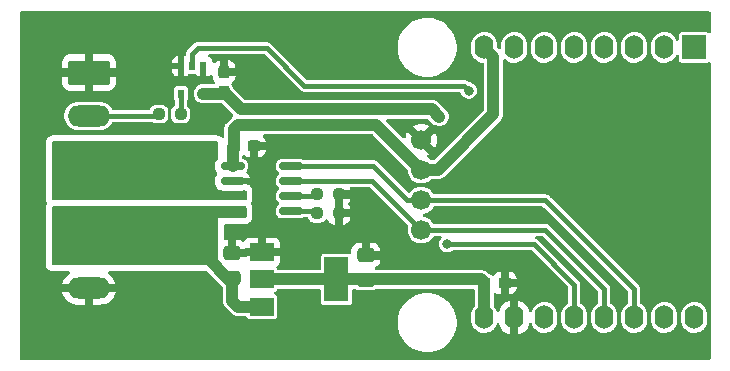
<source format=gbr>
%TF.GenerationSoftware,KiCad,Pcbnew,7.0.7*%
%TF.CreationDate,2024-02-02T19:15:28-05:00*%
%TF.ProjectId,ESP8266_Count3,45535038-3236-4365-9f43-6f756e74332e,rev?*%
%TF.SameCoordinates,Original*%
%TF.FileFunction,Copper,L1,Top*%
%TF.FilePolarity,Positive*%
%FSLAX46Y46*%
G04 Gerber Fmt 4.6, Leading zero omitted, Abs format (unit mm)*
G04 Created by KiCad (PCBNEW 7.0.7) date 2024-02-02 19:15:28*
%MOMM*%
%LPD*%
G01*
G04 APERTURE LIST*
G04 Aperture macros list*
%AMRoundRect*
0 Rectangle with rounded corners*
0 $1 Rounding radius*
0 $2 $3 $4 $5 $6 $7 $8 $9 X,Y pos of 4 corners*
0 Add a 4 corners polygon primitive as box body*
4,1,4,$2,$3,$4,$5,$6,$7,$8,$9,$2,$3,0*
0 Add four circle primitives for the rounded corners*
1,1,$1+$1,$2,$3*
1,1,$1+$1,$4,$5*
1,1,$1+$1,$6,$7*
1,1,$1+$1,$8,$9*
0 Add four rect primitives between the rounded corners*
20,1,$1+$1,$2,$3,$4,$5,0*
20,1,$1+$1,$4,$5,$6,$7,0*
20,1,$1+$1,$6,$7,$8,$9,0*
20,1,$1+$1,$8,$9,$2,$3,0*%
G04 Aperture macros list end*
%TA.AperFunction,SMDPad,CuDef*%
%ADD10RoundRect,0.249999X1.425001X-0.450001X1.425001X0.450001X-1.425001X0.450001X-1.425001X-0.450001X0*%
%TD*%
%TA.AperFunction,ComponentPad*%
%ADD11RoundRect,0.250000X-1.550000X0.650000X-1.550000X-0.650000X1.550000X-0.650000X1.550000X0.650000X0*%
%TD*%
%TA.AperFunction,ComponentPad*%
%ADD12O,3.600000X1.800000*%
%TD*%
%TA.AperFunction,SMDPad,CuDef*%
%ADD13RoundRect,0.237500X-0.250000X-0.237500X0.250000X-0.237500X0.250000X0.237500X-0.250000X0.237500X0*%
%TD*%
%TA.AperFunction,SMDPad,CuDef*%
%ADD14RoundRect,0.237500X0.237500X-0.300000X0.237500X0.300000X-0.237500X0.300000X-0.237500X-0.300000X0*%
%TD*%
%TA.AperFunction,SMDPad,CuDef*%
%ADD15R,0.510000X0.700000*%
%TD*%
%TA.AperFunction,SMDPad,CuDef*%
%ADD16RoundRect,0.150000X0.825000X0.150000X-0.825000X0.150000X-0.825000X-0.150000X0.825000X-0.150000X0*%
%TD*%
%TA.AperFunction,SMDPad,CuDef*%
%ADD17RoundRect,0.250000X0.475000X-0.337500X0.475000X0.337500X-0.475000X0.337500X-0.475000X-0.337500X0*%
%TD*%
%TA.AperFunction,SMDPad,CuDef*%
%ADD18R,2.000000X1.500000*%
%TD*%
%TA.AperFunction,SMDPad,CuDef*%
%ADD19R,2.000000X3.800000*%
%TD*%
%TA.AperFunction,ComponentPad*%
%ADD20R,2.000000X2.000000*%
%TD*%
%TA.AperFunction,ComponentPad*%
%ADD21O,1.600000X2.000000*%
%TD*%
%TA.AperFunction,SMDPad,CuDef*%
%ADD22RoundRect,0.237500X-0.300000X-0.237500X0.300000X-0.237500X0.300000X0.237500X-0.300000X0.237500X0*%
%TD*%
%TA.AperFunction,ComponentPad*%
%ADD23RoundRect,0.291667X-1.508333X0.758333X-1.508333X-0.758333X1.508333X-0.758333X1.508333X0.758333X0*%
%TD*%
%TA.AperFunction,ComponentPad*%
%ADD24O,3.600000X2.100000*%
%TD*%
%TA.AperFunction,ComponentPad*%
%ADD25C,1.700000*%
%TD*%
%TA.AperFunction,ViaPad*%
%ADD26C,0.800000*%
%TD*%
%TA.AperFunction,Conductor*%
%ADD27C,1.000000*%
%TD*%
%TA.AperFunction,Conductor*%
%ADD28C,0.400000*%
%TD*%
G04 APERTURE END LIST*
D10*
%TO.P,R2,1*%
%TO.N,VIN1*%
X113000000Y-91800000D03*
%TO.P,R2,2*%
%TO.N,VOUT1*%
X113000000Y-85700000D03*
%TD*%
D11*
%TO.P,TB1,1,P1*%
%TO.N,VIN1*%
X105357500Y-92112500D03*
D12*
%TO.P,TB1,2,P2*%
%TO.N,GND*%
X105357500Y-95922500D03*
%TD*%
D13*
%TO.P,R3,1*%
%TO.N,Net-(U4-A0)*%
X124687500Y-88000000D03*
%TO.P,R3,2*%
%TO.N,GND*%
X126512500Y-88000000D03*
%TD*%
D14*
%TO.P,C1,1*%
%TO.N,+5V*%
X116800000Y-79362500D03*
%TO.P,C1,2*%
%TO.N,GND*%
X116800000Y-77637500D03*
%TD*%
D15*
%TO.P,U1,1*%
%TO.N,GND*%
X115050000Y-77140000D03*
%TO.P,U1,2*%
%TO.N,OUT1*%
X114100000Y-77140000D03*
%TO.P,U1,3,GND*%
%TO.N,GND*%
X113150000Y-77140000D03*
%TO.P,U1,4*%
%TO.N,Net-(R1-Pad2)*%
X113150000Y-79460000D03*
%TO.P,U1,5,VCC*%
%TO.N,+5V*%
X115050000Y-79460000D03*
%TD*%
D16*
%TO.P,U4,1,A1*%
%TO.N,Net-(U4-A1)*%
X122475000Y-89405000D03*
%TO.P,U4,2,A0*%
%TO.N,Net-(U4-A0)*%
X122475000Y-88135000D03*
%TO.P,U4,3,SDA*%
%TO.N,I2C_SDA*%
X122475000Y-86865000D03*
%TO.P,U4,4,SCL*%
%TO.N,I2C_SCL*%
X122475000Y-85595000D03*
%TO.P,U4,5,VS*%
%TO.N,+3.3V*%
X117525000Y-85595000D03*
%TO.P,U4,6,GND*%
%TO.N,GND*%
X117525000Y-86865000D03*
%TO.P,U4,7,IN-*%
%TO.N,VOUT1*%
X117525000Y-88135000D03*
%TO.P,U4,8,IN+*%
%TO.N,VIN1*%
X117525000Y-89405000D03*
%TD*%
D17*
%TO.P,C4,1*%
%TO.N,+5V*%
X128800000Y-95237500D03*
%TO.P,C4,2*%
%TO.N,GND*%
X128800000Y-93162500D03*
%TD*%
D13*
%TO.P,R1,1*%
%TO.N,/DOUT1*%
X111287500Y-81200000D03*
%TO.P,R1,2*%
%TO.N,Net-(R1-Pad2)*%
X113112500Y-81200000D03*
%TD*%
D18*
%TO.P,U3,1,GND*%
%TO.N,GND*%
X120000000Y-92900000D03*
%TO.P,U3,2,VO*%
%TO.N,+5V*%
X120000000Y-95200000D03*
D19*
X126300000Y-95200000D03*
D18*
%TO.P,U3,3,VI*%
%TO.N,VIN1*%
X120000000Y-97500000D03*
%TD*%
D20*
%TO.P,U2,1,~{RST}*%
%TO.N,unconnected-(U2-~{RST}-Pad1)*%
X156600000Y-75555000D03*
D21*
%TO.P,U2,2,A0*%
%TO.N,IN1*%
X154060000Y-75555000D03*
%TO.P,U2,3,D0*%
%TO.N,unconnected-(U2-D0-Pad3)*%
X151520000Y-75555000D03*
%TO.P,U2,4,SCK/D5*%
%TO.N,unconnected-(U2-SCK{slash}D5-Pad4)*%
X148980000Y-75555000D03*
%TO.P,U2,5,MISO/D6*%
%TO.N,unconnected-(U2-MISO{slash}D6-Pad5)*%
X146440000Y-75555000D03*
%TO.P,U2,6,MOSI/D7*%
%TO.N,unconnected-(U2-MOSI{slash}D7-Pad6)*%
X143900000Y-75555000D03*
%TO.P,U2,7,CS/D8*%
%TO.N,unconnected-(U2-CS{slash}D8-Pad7)*%
X141360000Y-75555000D03*
%TO.P,U2,8,3V3*%
%TO.N,+3.3V*%
X138820000Y-75555000D03*
%TO.P,U2,9,5V*%
%TO.N,+5V*%
X138820000Y-98415000D03*
%TO.P,U2,10,GND*%
%TO.N,GND*%
X141360000Y-98415000D03*
%TO.P,U2,11,D4*%
%TO.N,OUT1*%
X143900000Y-98415000D03*
%TO.P,U2,12,D3*%
%TO.N,SW1*%
X146440000Y-98415000D03*
%TO.P,U2,13,SDA/D2*%
%TO.N,I2C_SDA*%
X148980000Y-98415000D03*
%TO.P,U2,14,SCL/D1*%
%TO.N,I2C_SCL*%
X151520000Y-98415000D03*
%TO.P,U2,15,RX*%
%TO.N,unconnected-(U2-RX-Pad15)*%
X154060000Y-98415000D03*
%TO.P,U2,16,TX*%
%TO.N,unconnected-(U2-TX-Pad16)*%
X156600000Y-98415000D03*
%TD*%
D22*
%TO.P,C5,1*%
%TO.N,+3.3V*%
X117600000Y-83900000D03*
%TO.P,C5,2*%
%TO.N,GND*%
X119325000Y-83900000D03*
%TD*%
%TO.P,C2,1*%
%TO.N,+5V*%
X138837500Y-95500000D03*
%TO.P,C2,2*%
%TO.N,GND*%
X140562500Y-95500000D03*
%TD*%
D17*
%TO.P,C3,1*%
%TO.N,VIN1*%
X117500000Y-95037500D03*
%TO.P,C3,2*%
%TO.N,GND*%
X117500000Y-92962500D03*
%TD*%
D13*
%TO.P,R4,1*%
%TO.N,Net-(U4-A1)*%
X124687500Y-89600000D03*
%TO.P,R4,2*%
%TO.N,GND*%
X126512500Y-89600000D03*
%TD*%
D23*
%TO.P,J2,1,Pin_1*%
%TO.N,GND*%
X105357500Y-77680000D03*
D12*
%TO.P,J2,2,Pin_2*%
%TO.N,/DOUT1*%
X105357500Y-81340000D03*
D24*
%TO.P,J2,3,Pin_3*%
%TO.N,VOUT1*%
X105357500Y-85000000D03*
%TD*%
D25*
%TO.P,J3,1,Pin_1*%
%TO.N,I2C_SDA*%
X133500000Y-91000000D03*
%TO.P,J3,2,Pin_2*%
%TO.N,I2C_SCL*%
X133500000Y-88500000D03*
%TO.P,J3,3,Pin_3*%
%TO.N,+3.3V*%
X133500000Y-85900000D03*
%TO.P,J3,4,Pin_4*%
%TO.N,GND*%
X133500000Y-83400000D03*
%TD*%
D26*
%TO.N,+5V*%
X137100000Y-95200000D03*
X135000000Y-81400000D03*
%TO.N,GND*%
X119900000Y-88900000D03*
X124400000Y-93900000D03*
X116500000Y-98100000D03*
X118600000Y-91000000D03*
X111800000Y-79500000D03*
X122200000Y-93900000D03*
X121100000Y-90900000D03*
X115100000Y-95400000D03*
X138700000Y-93600000D03*
X111800000Y-77100000D03*
X130100000Y-89600000D03*
X112800000Y-75400000D03*
X122100000Y-79400000D03*
X130100000Y-90900000D03*
X119400000Y-77600000D03*
X119100000Y-79300000D03*
X119700000Y-86900000D03*
X132800000Y-93600000D03*
X122200000Y-92900000D03*
X140400000Y-93600000D03*
X137300000Y-81100000D03*
X135200000Y-93600000D03*
X138500000Y-89700000D03*
X126200000Y-92200000D03*
X139700000Y-83400000D03*
X118400000Y-77700000D03*
X138600000Y-86700000D03*
X122000000Y-91700000D03*
X124300000Y-77500000D03*
X142400000Y-95500000D03*
X130800000Y-93600000D03*
X128600000Y-88800000D03*
X117500000Y-91100000D03*
X137400000Y-77600000D03*
X125800000Y-83500000D03*
X122100000Y-83500000D03*
X141200000Y-78600000D03*
X131300000Y-90800000D03*
X121300000Y-74500000D03*
X126100000Y-91100000D03*
X120000000Y-90800000D03*
X123300000Y-93900000D03*
%TO.N,VIN1*%
X113500000Y-90500000D03*
X114500000Y-90500000D03*
X112500000Y-93500000D03*
X115500000Y-92500000D03*
X115500000Y-89500000D03*
X111500000Y-93500000D03*
X113500000Y-89500000D03*
X111500000Y-90500000D03*
X112500000Y-89500000D03*
X113500000Y-93500000D03*
X110500000Y-89500000D03*
X114500000Y-89500000D03*
X114500000Y-93500000D03*
X110500000Y-93500000D03*
X115500000Y-93500000D03*
X111500000Y-89500000D03*
X115500000Y-91500000D03*
X115500000Y-90500000D03*
X110500000Y-91500000D03*
X110500000Y-90500000D03*
X112500000Y-90500000D03*
X110500000Y-92500000D03*
%TO.N,VOUT1*%
X115500000Y-86000000D03*
X115500000Y-85000000D03*
X112500000Y-84000000D03*
X111500000Y-84000000D03*
X115500000Y-84000000D03*
X115500000Y-87000000D03*
X110500000Y-85000000D03*
X112500000Y-88000000D03*
X114500000Y-84000000D03*
X110500000Y-86000000D03*
X111500000Y-88000000D03*
X113500000Y-88000000D03*
X110500000Y-88000000D03*
X110500000Y-87000000D03*
X111500000Y-87000000D03*
X115500000Y-88000000D03*
X110500000Y-84000000D03*
X114500000Y-87000000D03*
X113500000Y-84000000D03*
X113500000Y-87000000D03*
X112500000Y-87000000D03*
X114500000Y-88000000D03*
%TO.N,SW1*%
X135700000Y-92200000D03*
%TO.N,OUT1*%
X137500000Y-79200000D03*
%TD*%
D27*
%TO.N,+5V*%
X126300000Y-95200000D02*
X120000000Y-95200000D01*
X135000000Y-81400000D02*
X134400000Y-80800000D01*
X138837500Y-95500000D02*
X138837500Y-98397500D01*
X128762500Y-95200000D02*
X126300000Y-95200000D01*
X138837500Y-98397500D02*
X138820000Y-98415000D01*
X128800000Y-95237500D02*
X128762500Y-95200000D01*
X128837500Y-95200000D02*
X128800000Y-95237500D01*
X118237500Y-80800000D02*
X116800000Y-79362500D01*
X115050000Y-79460000D02*
X116702500Y-79460000D01*
X137100000Y-95200000D02*
X128837500Y-95200000D01*
X116702500Y-79460000D02*
X116800000Y-79362500D01*
X138837500Y-95500000D02*
X138537500Y-95200000D01*
X138537500Y-95200000D02*
X137100000Y-95200000D01*
X134400000Y-80800000D02*
X118237500Y-80800000D01*
D28*
%TO.N,GND*%
X119400000Y-86600000D02*
X119400000Y-83975000D01*
X119700000Y-86900000D02*
X119400000Y-86600000D01*
X119665000Y-86865000D02*
X119700000Y-86900000D01*
X119400000Y-83975000D02*
X119325000Y-83900000D01*
X117525000Y-86865000D02*
X119665000Y-86865000D01*
D27*
%TO.N,VIN1*%
X120000000Y-97500000D02*
X118000000Y-97500000D01*
X117500000Y-95037500D02*
X117037500Y-95037500D01*
X118000000Y-97500000D02*
X117500000Y-97000000D01*
X117037500Y-95037500D02*
X115500000Y-93500000D01*
X117500000Y-97000000D02*
X117500000Y-95037500D01*
%TO.N,+3.3V*%
X134900000Y-85900000D02*
X133500000Y-85900000D01*
X129700000Y-82100000D02*
X133500000Y-85900000D01*
X117600000Y-83900000D02*
X117600000Y-82500000D01*
X117525000Y-83975000D02*
X117600000Y-83900000D01*
X139610000Y-76345000D02*
X139610000Y-81190000D01*
X117600000Y-82500000D02*
X118000000Y-82100000D01*
X117525000Y-85595000D02*
X117525000Y-83975000D01*
X139610000Y-81190000D02*
X134900000Y-85900000D01*
X138820000Y-75555000D02*
X139610000Y-76345000D01*
X118000000Y-82100000D02*
X129700000Y-82100000D01*
D28*
%TO.N,/DOUT1*%
X111147500Y-81340000D02*
X105357500Y-81340000D01*
X111287500Y-81200000D02*
X111147500Y-81340000D01*
%TO.N,I2C_SDA*%
X148980000Y-98415000D02*
X148980000Y-95980000D01*
X144000000Y-91000000D02*
X133500000Y-91000000D01*
X122475000Y-86865000D02*
X129365000Y-86865000D01*
X129365000Y-86865000D02*
X133500000Y-91000000D01*
X148980000Y-95980000D02*
X144000000Y-91000000D01*
%TO.N,I2C_SCL*%
X129395000Y-85595000D02*
X132300000Y-88500000D01*
X132300000Y-88500000D02*
X133500000Y-88500000D01*
X122475000Y-85595000D02*
X129395000Y-85595000D01*
X133500000Y-88500000D02*
X144000000Y-88500000D01*
X151520000Y-96020000D02*
X151520000Y-98415000D01*
X144000000Y-88500000D02*
X151520000Y-96020000D01*
%TO.N,Net-(R1-Pad2)*%
X113150000Y-81162500D02*
X113112500Y-81200000D01*
X113150000Y-79460000D02*
X113150000Y-81162500D01*
%TO.N,Net-(U4-A0)*%
X122475000Y-88135000D02*
X124552500Y-88135000D01*
X124552500Y-88135000D02*
X124687500Y-88000000D01*
%TO.N,Net-(U4-A1)*%
X124492500Y-89405000D02*
X124687500Y-89600000D01*
X122475000Y-89405000D02*
X124492500Y-89405000D01*
%TO.N,SW1*%
X146440000Y-95640000D02*
X143000000Y-92200000D01*
X143000000Y-92200000D02*
X135700000Y-92200000D01*
X146440000Y-98415000D02*
X146440000Y-95640000D01*
%TO.N,OUT1*%
X120400000Y-75600000D02*
X114600000Y-75600000D01*
X137100000Y-78800000D02*
X123600000Y-78800000D01*
X137500000Y-79200000D02*
X137100000Y-78800000D01*
X114600000Y-75600000D02*
X114100000Y-76100000D01*
X123600000Y-78800000D02*
X120400000Y-75600000D01*
X114100000Y-76100000D02*
X114100000Y-77140000D01*
%TD*%
%TA.AperFunction,Conductor*%
%TO.N,VOUT1*%
G36*
X116243039Y-83519685D02*
G01*
X116288794Y-83572489D01*
X116300000Y-83624000D01*
X116300000Y-84873691D01*
X116280315Y-84940730D01*
X116263681Y-84961372D01*
X116181923Y-85043129D01*
X116181917Y-85043137D01*
X116098255Y-85184603D01*
X116098254Y-85184606D01*
X116052402Y-85342426D01*
X116052401Y-85342432D01*
X116049500Y-85379304D01*
X116049500Y-85810696D01*
X116052401Y-85847567D01*
X116052402Y-85847573D01*
X116098254Y-86005393D01*
X116098255Y-86005396D01*
X116181917Y-86146862D01*
X116186702Y-86153031D01*
X116184248Y-86154933D01*
X116210844Y-86203578D01*
X116205895Y-86273273D01*
X116185074Y-86305706D01*
X116186702Y-86306969D01*
X116181917Y-86313137D01*
X116098255Y-86454603D01*
X116098254Y-86454606D01*
X116052402Y-86612426D01*
X116052401Y-86612432D01*
X116049500Y-86649304D01*
X116049500Y-87080696D01*
X116052401Y-87117567D01*
X116052402Y-87117573D01*
X116098254Y-87275393D01*
X116098255Y-87275396D01*
X116098256Y-87275398D01*
X116181919Y-87416865D01*
X116263682Y-87498628D01*
X116297166Y-87559949D01*
X116300000Y-87586307D01*
X116300000Y-87600000D01*
X116377367Y-87600000D01*
X116431896Y-87614916D01*
X116432446Y-87613647D01*
X116439597Y-87616741D01*
X116439602Y-87616744D01*
X116481224Y-87628836D01*
X116597426Y-87662597D01*
X116597429Y-87662597D01*
X116597431Y-87662598D01*
X116609722Y-87663565D01*
X116634304Y-87665500D01*
X116634306Y-87665500D01*
X118415696Y-87665500D01*
X118434131Y-87664049D01*
X118452569Y-87662598D01*
X118452571Y-87662597D01*
X118452573Y-87662597D01*
X118541405Y-87636789D01*
X118611274Y-87636988D01*
X118669944Y-87674930D01*
X118698788Y-87738568D01*
X118700000Y-87755865D01*
X118700000Y-88370500D01*
X118680315Y-88437539D01*
X118627511Y-88483294D01*
X118576000Y-88494500D01*
X102324000Y-88494500D01*
X102256961Y-88474815D01*
X102211206Y-88422011D01*
X102200000Y-88370500D01*
X102200000Y-83624000D01*
X102219685Y-83556961D01*
X102272489Y-83511206D01*
X102324000Y-83500000D01*
X116176000Y-83500000D01*
X116243039Y-83519685D01*
G37*
%TD.AperFunction*%
%TD*%
%TA.AperFunction,Conductor*%
%TO.N,GND*%
G36*
X157942539Y-72520185D02*
G01*
X157988294Y-72572989D01*
X157999500Y-72624500D01*
X157999500Y-74230167D01*
X157979815Y-74297206D01*
X157927011Y-74342961D01*
X157857853Y-74352905D01*
X157794297Y-74323880D01*
X157787819Y-74317848D01*
X157772765Y-74302794D01*
X157669992Y-74257415D01*
X157644865Y-74254500D01*
X155555143Y-74254500D01*
X155555117Y-74254502D01*
X155530012Y-74257413D01*
X155530008Y-74257415D01*
X155427235Y-74302793D01*
X155347794Y-74382234D01*
X155302415Y-74485006D01*
X155302415Y-74485008D01*
X155299500Y-74510131D01*
X155299500Y-74846509D01*
X155279815Y-74913548D01*
X155227011Y-74959303D01*
X155157853Y-74969247D01*
X155094297Y-74940222D01*
X155065284Y-74903329D01*
X155036981Y-74848428D01*
X154990011Y-74757318D01*
X154990009Y-74757316D01*
X154990008Y-74757313D01*
X154860094Y-74592116D01*
X154860090Y-74592112D01*
X154701253Y-74454478D01*
X154519249Y-74349398D01*
X154519245Y-74349396D01*
X154519244Y-74349396D01*
X154320633Y-74280656D01*
X154112602Y-74250746D01*
X154112598Y-74250746D01*
X153902672Y-74260745D01*
X153698421Y-74310296D01*
X153698417Y-74310298D01*
X153507256Y-74397598D01*
X153507251Y-74397601D01*
X153336046Y-74519515D01*
X153336040Y-74519520D01*
X153191014Y-74671620D01*
X153077388Y-74848425D01*
X152999274Y-75043544D01*
X152962673Y-75233453D01*
X152959500Y-75249915D01*
X152959500Y-75807425D01*
X152974472Y-75964218D01*
X153033684Y-76165875D01*
X153098196Y-76291012D01*
X153129991Y-76352686D01*
X153259905Y-76517883D01*
X153259909Y-76517887D01*
X153418746Y-76655521D01*
X153600750Y-76760601D01*
X153600752Y-76760601D01*
X153600756Y-76760604D01*
X153799367Y-76829344D01*
X154007398Y-76859254D01*
X154217330Y-76849254D01*
X154421576Y-76799704D01*
X154547553Y-76742172D01*
X154612743Y-76712401D01*
X154612746Y-76712399D01*
X154612753Y-76712396D01*
X154783952Y-76590486D01*
X154797763Y-76576002D01*
X154928985Y-76438379D01*
X154932565Y-76432809D01*
X155042613Y-76261572D01*
X155060384Y-76217180D01*
X155103571Y-76162263D01*
X155169597Y-76139410D01*
X155237498Y-76155881D01*
X155285714Y-76206447D01*
X155299500Y-76263269D01*
X155299500Y-76599856D01*
X155299502Y-76599882D01*
X155302413Y-76624987D01*
X155302415Y-76624991D01*
X155347793Y-76727764D01*
X155347794Y-76727765D01*
X155427235Y-76807206D01*
X155530009Y-76852585D01*
X155555135Y-76855500D01*
X157644864Y-76855499D01*
X157644879Y-76855497D01*
X157644882Y-76855497D01*
X157669987Y-76852586D01*
X157669988Y-76852585D01*
X157669991Y-76852585D01*
X157772765Y-76807206D01*
X157787819Y-76792152D01*
X157849142Y-76758667D01*
X157918834Y-76763651D01*
X157974767Y-76805523D01*
X157999184Y-76870987D01*
X157999500Y-76879833D01*
X157999500Y-101875500D01*
X157979815Y-101942539D01*
X157927011Y-101988294D01*
X157875500Y-101999500D01*
X99624500Y-101999500D01*
X99557461Y-101979815D01*
X99511706Y-101927011D01*
X99500500Y-101875500D01*
X99500500Y-99007329D01*
X131499500Y-99007329D01*
X131538932Y-99319463D01*
X131538934Y-99319476D01*
X131617180Y-99624225D01*
X131617181Y-99624228D01*
X131733001Y-99916757D01*
X131733002Y-99916758D01*
X131733004Y-99916763D01*
X131733006Y-99916766D01*
X131884584Y-100192484D01*
X131884586Y-100192488D01*
X131884591Y-100192495D01*
X132069515Y-100447021D01*
X132069523Y-100447031D01*
X132284907Y-100676391D01*
X132284909Y-100676393D01*
X132527334Y-100876945D01*
X132527338Y-100876948D01*
X132737648Y-101010414D01*
X132792993Y-101045537D01*
X132959087Y-101123695D01*
X133077678Y-101179500D01*
X133077682Y-101179501D01*
X133077685Y-101179503D01*
X133376921Y-101276731D01*
X133685985Y-101335688D01*
X133685990Y-101335688D01*
X133685995Y-101335689D01*
X133921411Y-101350500D01*
X133921417Y-101350500D01*
X134078589Y-101350500D01*
X134314004Y-101335689D01*
X134314007Y-101335688D01*
X134314015Y-101335688D01*
X134623079Y-101276731D01*
X134922315Y-101179503D01*
X135207007Y-101045537D01*
X135472663Y-100876947D01*
X135715094Y-100676390D01*
X135930478Y-100447030D01*
X136115416Y-100192484D01*
X136266994Y-99916766D01*
X136286668Y-99867077D01*
X136382818Y-99624228D01*
X136382819Y-99624225D01*
X136410730Y-99515519D01*
X136461066Y-99319473D01*
X136486066Y-99121574D01*
X136500499Y-99007329D01*
X136500500Y-99007316D01*
X136500500Y-98692683D01*
X136500499Y-98692670D01*
X136461067Y-98380536D01*
X136461065Y-98380523D01*
X136382819Y-98075774D01*
X136382818Y-98075771D01*
X136266998Y-97783242D01*
X136266997Y-97783241D01*
X136266996Y-97783239D01*
X136266994Y-97783234D01*
X136115416Y-97507516D01*
X136115410Y-97507509D01*
X136115408Y-97507504D01*
X135930484Y-97252978D01*
X135930476Y-97252968D01*
X135898261Y-97218662D01*
X135715094Y-97023610D01*
X135715092Y-97023608D01*
X135715090Y-97023606D01*
X135472665Y-96823054D01*
X135472661Y-96823051D01*
X135207009Y-96654464D01*
X135207003Y-96654461D01*
X134922321Y-96520499D01*
X134922316Y-96520497D01*
X134623083Y-96423270D01*
X134623080Y-96423269D01*
X134623079Y-96423269D01*
X134468546Y-96393790D01*
X134314011Y-96364311D01*
X134314004Y-96364310D01*
X134078589Y-96349500D01*
X134078583Y-96349500D01*
X133921417Y-96349500D01*
X133921411Y-96349500D01*
X133685995Y-96364310D01*
X133685988Y-96364311D01*
X133376916Y-96423270D01*
X133077683Y-96520497D01*
X133077678Y-96520499D01*
X132792996Y-96654461D01*
X132792990Y-96654464D01*
X132527338Y-96823051D01*
X132527334Y-96823054D01*
X132284909Y-97023606D01*
X132284907Y-97023608D01*
X132069523Y-97252968D01*
X132069515Y-97252978D01*
X131884591Y-97507504D01*
X131884584Y-97507516D01*
X131733002Y-97783241D01*
X131733001Y-97783242D01*
X131617181Y-98075771D01*
X131617180Y-98075774D01*
X131538934Y-98380523D01*
X131538932Y-98380536D01*
X131499500Y-98692670D01*
X131499500Y-99007329D01*
X99500500Y-99007329D01*
X99500500Y-93876000D01*
X101694500Y-93876000D01*
X101694501Y-93876009D01*
X101706052Y-93983450D01*
X101706054Y-93983462D01*
X101717260Y-94034972D01*
X101751383Y-94137497D01*
X101751386Y-94137503D01*
X101829171Y-94258537D01*
X101829179Y-94258548D01*
X101874923Y-94311340D01*
X101874926Y-94311343D01*
X101874930Y-94311347D01*
X101983664Y-94405567D01*
X101983667Y-94405568D01*
X101983668Y-94405569D01*
X102103774Y-94460421D01*
X102114541Y-94465338D01*
X102159357Y-94478497D01*
X102181575Y-94485022D01*
X102181580Y-94485023D01*
X102181584Y-94485024D01*
X102324000Y-94505500D01*
X103649004Y-94505500D01*
X103716043Y-94525185D01*
X103761798Y-94577989D01*
X103771742Y-94647147D01*
X103742717Y-94710703D01*
X103718441Y-94732235D01*
X103574811Y-94829312D01*
X103574809Y-94829314D01*
X103402763Y-94994206D01*
X103261049Y-95185816D01*
X103153757Y-95398615D01*
X103100506Y-95572500D01*
X104667461Y-95572500D01*
X104734500Y-95592185D01*
X104780255Y-95644989D01*
X104790199Y-95714147D01*
X104782022Y-95743952D01*
X104772945Y-95765865D01*
X104772944Y-95765869D01*
X104755460Y-95898676D01*
X104752323Y-95922500D01*
X104772136Y-96072989D01*
X104772944Y-96079130D01*
X104772945Y-96079134D01*
X104782022Y-96101048D01*
X104789491Y-96170517D01*
X104758215Y-96232996D01*
X104698126Y-96268648D01*
X104667461Y-96272500D01*
X103100786Y-96272500D01*
X103114026Y-96333934D01*
X103202883Y-96555062D01*
X103327833Y-96757994D01*
X103485280Y-96936889D01*
X103485286Y-96936896D01*
X103670694Y-97086602D01*
X103670704Y-97086609D01*
X103878748Y-97202831D01*
X104103447Y-97282222D01*
X104103461Y-97282226D01*
X104338332Y-97322499D01*
X104338343Y-97322500D01*
X105007499Y-97322500D01*
X105007500Y-96612538D01*
X105027185Y-96545499D01*
X105079989Y-96499744D01*
X105149147Y-96489800D01*
X105178947Y-96497976D01*
X105200869Y-96507056D01*
X105318177Y-96522500D01*
X105318184Y-96522500D01*
X105396816Y-96522500D01*
X105396823Y-96522500D01*
X105514131Y-96507056D01*
X105536048Y-96497977D01*
X105605514Y-96490508D01*
X105667994Y-96521781D01*
X105703648Y-96581869D01*
X105707500Y-96612538D01*
X105707500Y-97322500D01*
X106316978Y-97322500D01*
X106494950Y-97307352D01*
X106494953Y-97307351D01*
X106725578Y-97247302D01*
X106942741Y-97149139D01*
X106942744Y-97149137D01*
X107140188Y-97015687D01*
X107140190Y-97015685D01*
X107312236Y-96850793D01*
X107453950Y-96659183D01*
X107561242Y-96446384D01*
X107614494Y-96272500D01*
X106047539Y-96272500D01*
X105980500Y-96252815D01*
X105934745Y-96200011D01*
X105924801Y-96130853D01*
X105932978Y-96101048D01*
X105938737Y-96087143D01*
X105942056Y-96079131D01*
X105962677Y-95922500D01*
X105942056Y-95765869D01*
X105932978Y-95743952D01*
X105925509Y-95674483D01*
X105956785Y-95612004D01*
X106016874Y-95576352D01*
X106047539Y-95572500D01*
X107614214Y-95572500D01*
X107600973Y-95511065D01*
X107512116Y-95289937D01*
X107387166Y-95087005D01*
X107229719Y-94908110D01*
X107229713Y-94908103D01*
X107044305Y-94758397D01*
X107044299Y-94758392D01*
X107007354Y-94737754D01*
X106958427Y-94687874D01*
X106944235Y-94619461D01*
X106969283Y-94554235D01*
X107025618Y-94512905D01*
X107067828Y-94505500D01*
X115322060Y-94505500D01*
X115389099Y-94525185D01*
X115409740Y-94541819D01*
X116407684Y-95539762D01*
X116535238Y-95667316D01*
X116555329Y-95679940D01*
X116588159Y-95710007D01*
X116628448Y-95763135D01*
X116632078Y-95767922D01*
X116647502Y-95779618D01*
X116650424Y-95781834D01*
X116691948Y-95838027D01*
X116699499Y-95880638D01*
X116699499Y-96934467D01*
X116699500Y-96934472D01*
X116699500Y-97090191D01*
X116699501Y-97090200D01*
X116708791Y-97130908D01*
X116709955Y-97137763D01*
X116714632Y-97179259D01*
X116728420Y-97218662D01*
X116730345Y-97225345D01*
X116739639Y-97266061D01*
X116757759Y-97303688D01*
X116760421Y-97310114D01*
X116774212Y-97349525D01*
X116796422Y-97384872D01*
X116799787Y-97390959D01*
X116817910Y-97428589D01*
X116843940Y-97461229D01*
X116847966Y-97466904D01*
X116870182Y-97502259D01*
X116870184Y-97502262D01*
X116902174Y-97534252D01*
X117352742Y-97984819D01*
X117352743Y-97984821D01*
X117497739Y-98129817D01*
X117497742Y-98129819D01*
X117533089Y-98152029D01*
X117538763Y-98156055D01*
X117546946Y-98162580D01*
X117571414Y-98182092D01*
X117588435Y-98190289D01*
X117609033Y-98200209D01*
X117615122Y-98203574D01*
X117650471Y-98225785D01*
X117650474Y-98225786D01*
X117650478Y-98225789D01*
X117689899Y-98239583D01*
X117696307Y-98242238D01*
X117733939Y-98260360D01*
X117774641Y-98269650D01*
X117781328Y-98271576D01*
X117820742Y-98285367D01*
X117820745Y-98285368D01*
X117862241Y-98290043D01*
X117869093Y-98291207D01*
X117909806Y-98300500D01*
X117955046Y-98300500D01*
X118613011Y-98300500D01*
X118680050Y-98320185D01*
X118725805Y-98372989D01*
X118726392Y-98374295D01*
X118747794Y-98422765D01*
X118827235Y-98502206D01*
X118930009Y-98547585D01*
X118955135Y-98550500D01*
X121044864Y-98550499D01*
X121044879Y-98550497D01*
X121044882Y-98550497D01*
X121069987Y-98547586D01*
X121069988Y-98547585D01*
X121069991Y-98547585D01*
X121172765Y-98502206D01*
X121252206Y-98422765D01*
X121297585Y-98319991D01*
X121300500Y-98294865D01*
X121300499Y-96705136D01*
X121300497Y-96705117D01*
X121297586Y-96680012D01*
X121297585Y-96680010D01*
X121297585Y-96680009D01*
X121252206Y-96577235D01*
X121172765Y-96497794D01*
X121156264Y-96490508D01*
X121094946Y-96463433D01*
X121041570Y-96418347D01*
X121021043Y-96351560D01*
X121039882Y-96284278D01*
X121092105Y-96237862D01*
X121094851Y-96236607D01*
X121172765Y-96202206D01*
X121252206Y-96122765D01*
X121273556Y-96074411D01*
X121318640Y-96021038D01*
X121385426Y-96000510D01*
X121386989Y-96000500D01*
X124875501Y-96000500D01*
X124942540Y-96020185D01*
X124988295Y-96072989D01*
X124999501Y-96124500D01*
X124999501Y-97144856D01*
X124999502Y-97144882D01*
X125002413Y-97169987D01*
X125002415Y-97169991D01*
X125047793Y-97272764D01*
X125047794Y-97272765D01*
X125127235Y-97352206D01*
X125230009Y-97397585D01*
X125255135Y-97400500D01*
X127344864Y-97400499D01*
X127344879Y-97400497D01*
X127344882Y-97400497D01*
X127369987Y-97397586D01*
X127369988Y-97397585D01*
X127369991Y-97397585D01*
X127472765Y-97352206D01*
X127552206Y-97272765D01*
X127597585Y-97169991D01*
X127600500Y-97144865D01*
X127600500Y-96124499D01*
X127620185Y-96057461D01*
X127672989Y-96011706D01*
X127724500Y-96000500D01*
X127933339Y-96000500D01*
X128000378Y-96020185D01*
X128008251Y-96025686D01*
X128052658Y-96059361D01*
X128193436Y-96114877D01*
X128281898Y-96125500D01*
X128281903Y-96125500D01*
X129318097Y-96125500D01*
X129318102Y-96125500D01*
X129406564Y-96114877D01*
X129547342Y-96059361D01*
X129591737Y-96025695D01*
X129657047Y-96000873D01*
X129666661Y-96000500D01*
X137055046Y-96000500D01*
X137913000Y-96000500D01*
X137980039Y-96020185D01*
X138025794Y-96072989D01*
X138037000Y-96124500D01*
X138037000Y-97391799D01*
X138017315Y-97458838D01*
X138002744Y-97477368D01*
X137951012Y-97531623D01*
X137837388Y-97708425D01*
X137759274Y-97903544D01*
X137726080Y-98075774D01*
X137719500Y-98109915D01*
X137719500Y-98667425D01*
X137726984Y-98745798D01*
X137734472Y-98824217D01*
X137734473Y-98824221D01*
X137788234Y-99007316D01*
X137793684Y-99025875D01*
X137843019Y-99121572D01*
X137889991Y-99212686D01*
X138019905Y-99377883D01*
X138019909Y-99377887D01*
X138178746Y-99515521D01*
X138360750Y-99620601D01*
X138360752Y-99620601D01*
X138360756Y-99620604D01*
X138559367Y-99689344D01*
X138767398Y-99719254D01*
X138977330Y-99709254D01*
X139181576Y-99659704D01*
X139280215Y-99614657D01*
X139372743Y-99572401D01*
X139372746Y-99572399D01*
X139372753Y-99572396D01*
X139543952Y-99450486D01*
X139613179Y-99377883D01*
X139688985Y-99298379D01*
X139688986Y-99298378D01*
X139802613Y-99121572D01*
X139872175Y-98947811D01*
X139915365Y-98892893D01*
X139981391Y-98870040D01*
X140049292Y-98886513D01*
X140097507Y-98937080D01*
X140107067Y-98961807D01*
X140133730Y-99061317D01*
X140133734Y-99061326D01*
X140229865Y-99267482D01*
X140360342Y-99453820D01*
X140521179Y-99614657D01*
X140707517Y-99745134D01*
X140913673Y-99841265D01*
X140913682Y-99841269D01*
X141009999Y-99867077D01*
X141010000Y-99867076D01*
X141010000Y-98997780D01*
X141029685Y-98930741D01*
X141082489Y-98884986D01*
X141151647Y-98875042D01*
X141185508Y-98884985D01*
X141217685Y-98899680D01*
X141324237Y-98915000D01*
X141324238Y-98915000D01*
X141395762Y-98915000D01*
X141395763Y-98915000D01*
X141502315Y-98899680D01*
X141534488Y-98884986D01*
X141603644Y-98875042D01*
X141667201Y-98904065D01*
X141704976Y-98962843D01*
X141710000Y-98997780D01*
X141710000Y-99867077D01*
X141806317Y-99841269D01*
X141806326Y-99841265D01*
X142012482Y-99745134D01*
X142198820Y-99614657D01*
X142359657Y-99453820D01*
X142490134Y-99267482D01*
X142586265Y-99061326D01*
X142586269Y-99061317D01*
X142614055Y-98957617D01*
X142650419Y-98897957D01*
X142713266Y-98867427D01*
X142782642Y-98875721D01*
X142836520Y-98920206D01*
X142852807Y-98954775D01*
X142868234Y-99007316D01*
X142873684Y-99025875D01*
X142923019Y-99121572D01*
X142969991Y-99212686D01*
X143099905Y-99377883D01*
X143099909Y-99377887D01*
X143258746Y-99515521D01*
X143440750Y-99620601D01*
X143440752Y-99620601D01*
X143440756Y-99620604D01*
X143639367Y-99689344D01*
X143847398Y-99719254D01*
X144057330Y-99709254D01*
X144261576Y-99659704D01*
X144360215Y-99614657D01*
X144452743Y-99572401D01*
X144452746Y-99572399D01*
X144452753Y-99572396D01*
X144623952Y-99450486D01*
X144693179Y-99377883D01*
X144768985Y-99298379D01*
X144768986Y-99298378D01*
X144882613Y-99121572D01*
X144960725Y-98926457D01*
X145000500Y-98720085D01*
X145000500Y-98162575D01*
X144985528Y-98005782D01*
X144926316Y-97804125D01*
X144830011Y-97617318D01*
X144830009Y-97617316D01*
X144830008Y-97617313D01*
X144700094Y-97452116D01*
X144700090Y-97452112D01*
X144541253Y-97314478D01*
X144359249Y-97209398D01*
X144359245Y-97209396D01*
X144359244Y-97209396D01*
X144160633Y-97140656D01*
X143952602Y-97110746D01*
X143952598Y-97110746D01*
X143742672Y-97120745D01*
X143538421Y-97170296D01*
X143538417Y-97170298D01*
X143347256Y-97257598D01*
X143347251Y-97257601D01*
X143176046Y-97379515D01*
X143176040Y-97379520D01*
X143031014Y-97531620D01*
X142917386Y-97708428D01*
X142847824Y-97882186D01*
X142804634Y-97937107D01*
X142738607Y-97959959D01*
X142670707Y-97943486D01*
X142622491Y-97892919D01*
X142612932Y-97868192D01*
X142586269Y-97768682D01*
X142586265Y-97768673D01*
X142490134Y-97562517D01*
X142359657Y-97376179D01*
X142198820Y-97215342D01*
X142012482Y-97084865D01*
X141806324Y-96988733D01*
X141806321Y-96988732D01*
X141710000Y-96962921D01*
X141710000Y-97832219D01*
X141690315Y-97899258D01*
X141637511Y-97945013D01*
X141568353Y-97954957D01*
X141534489Y-97945013D01*
X141502319Y-97930321D01*
X141502311Y-97930319D01*
X141422701Y-97918873D01*
X141395763Y-97915000D01*
X141324237Y-97915000D01*
X141217688Y-97930319D01*
X141217680Y-97930321D01*
X141185511Y-97945013D01*
X141116353Y-97954957D01*
X141052797Y-97925932D01*
X141015023Y-97867154D01*
X141010000Y-97832219D01*
X141010000Y-96962921D01*
X141009999Y-96962921D01*
X140913678Y-96988732D01*
X140913675Y-96988733D01*
X140707517Y-97084865D01*
X140521179Y-97215342D01*
X140360342Y-97376179D01*
X140229865Y-97562517D01*
X140133734Y-97768673D01*
X140133731Y-97768680D01*
X140105944Y-97872383D01*
X140069579Y-97932043D01*
X140006731Y-97962572D01*
X139937356Y-97954277D01*
X139883478Y-97909792D01*
X139867192Y-97875223D01*
X139846317Y-97804128D01*
X139846316Y-97804127D01*
X139846316Y-97804125D01*
X139750011Y-97617318D01*
X139750009Y-97617316D01*
X139750008Y-97617313D01*
X139664530Y-97508620D01*
X139638562Y-97443755D01*
X139638000Y-97431968D01*
X139638000Y-96440987D01*
X139657685Y-96373948D01*
X139710489Y-96328193D01*
X139779647Y-96318249D01*
X139827097Y-96335449D01*
X139948688Y-96410448D01*
X139948699Y-96410453D01*
X140112347Y-96464680D01*
X140212499Y-96474912D01*
X140212500Y-96474911D01*
X140212500Y-95850000D01*
X140912500Y-95850000D01*
X140912500Y-96474910D01*
X141012650Y-96464681D01*
X141012653Y-96464680D01*
X141176300Y-96410453D01*
X141176311Y-96410448D01*
X141323034Y-96319947D01*
X141323038Y-96319944D01*
X141444944Y-96198038D01*
X141444947Y-96198034D01*
X141535448Y-96051311D01*
X141535454Y-96051298D01*
X141589680Y-95887651D01*
X141589681Y-95887645D01*
X141593528Y-95850000D01*
X140912500Y-95850000D01*
X140212500Y-95850000D01*
X140212500Y-94525088D01*
X140212499Y-94525087D01*
X140912500Y-94525087D01*
X140912500Y-95150000D01*
X141593526Y-95150000D01*
X141593526Y-95149999D01*
X141589680Y-95112348D01*
X141589680Y-95112346D01*
X141535453Y-94948699D01*
X141535448Y-94948688D01*
X141444947Y-94801965D01*
X141444944Y-94801961D01*
X141323038Y-94680055D01*
X141323034Y-94680052D01*
X141176311Y-94589551D01*
X141176300Y-94589546D01*
X141012652Y-94535319D01*
X140912500Y-94525087D01*
X140212499Y-94525087D01*
X140112347Y-94535319D01*
X139948699Y-94589546D01*
X139948688Y-94589551D01*
X139801965Y-94680052D01*
X139801961Y-94680055D01*
X139680055Y-94801961D01*
X139680050Y-94801967D01*
X139669034Y-94819827D01*
X139617085Y-94866550D01*
X139548122Y-94877770D01*
X139488573Y-94853531D01*
X139456638Y-94829314D01*
X139403659Y-94789139D01*
X139403660Y-94789139D01*
X139403658Y-94789138D01*
X139266077Y-94734883D01*
X139266076Y-94734882D01*
X139266074Y-94734882D01*
X139238625Y-94731586D01*
X139174411Y-94704048D01*
X139165730Y-94696152D01*
X139039762Y-94570184D01*
X139039759Y-94570182D01*
X139004404Y-94547966D01*
X138998729Y-94543940D01*
X138966089Y-94517910D01*
X138928459Y-94499787D01*
X138922372Y-94496422D01*
X138887025Y-94474212D01*
X138847614Y-94460421D01*
X138841188Y-94457759D01*
X138803561Y-94439639D01*
X138762845Y-94430345D01*
X138756162Y-94428420D01*
X138716759Y-94414632D01*
X138675263Y-94409955D01*
X138668408Y-94408791D01*
X138627700Y-94399501D01*
X138627696Y-94399500D01*
X138627694Y-94399500D01*
X138627691Y-94399500D01*
X129682559Y-94399500D01*
X129615520Y-94379815D01*
X129569765Y-94327011D01*
X129559821Y-94257853D01*
X129588846Y-94194297D01*
X129617462Y-94169961D01*
X129743345Y-94092315D01*
X129867315Y-93968345D01*
X129959356Y-93819124D01*
X129959358Y-93819119D01*
X130014505Y-93652697D01*
X130014506Y-93652690D01*
X130024999Y-93549986D01*
X130025000Y-93549973D01*
X130025000Y-93512500D01*
X128574000Y-93512500D01*
X128506961Y-93492815D01*
X128461206Y-93440011D01*
X128450000Y-93388500D01*
X128450000Y-92075000D01*
X129150000Y-92075000D01*
X129150000Y-92812500D01*
X130024999Y-92812500D01*
X130024999Y-92775028D01*
X130024998Y-92775013D01*
X130014505Y-92672302D01*
X129959358Y-92505880D01*
X129959356Y-92505875D01*
X129867315Y-92356654D01*
X129743345Y-92232684D01*
X129594124Y-92140643D01*
X129594119Y-92140641D01*
X129427697Y-92085494D01*
X129427690Y-92085493D01*
X129324986Y-92075000D01*
X129150000Y-92075000D01*
X128450000Y-92075000D01*
X128275029Y-92075000D01*
X128275012Y-92075001D01*
X128172302Y-92085494D01*
X128005880Y-92140641D01*
X128005875Y-92140643D01*
X127856654Y-92232684D01*
X127732684Y-92356654D01*
X127640643Y-92505875D01*
X127640641Y-92505880D01*
X127585494Y-92672302D01*
X127585493Y-92672309D01*
X127575000Y-92775013D01*
X127575000Y-92902634D01*
X127555315Y-92969673D01*
X127502511Y-93015428D01*
X127433353Y-93025372D01*
X127400914Y-93016069D01*
X127369991Y-93002415D01*
X127344865Y-92999500D01*
X125255143Y-92999500D01*
X125255117Y-92999502D01*
X125230012Y-93002413D01*
X125230008Y-93002415D01*
X125127235Y-93047793D01*
X125047794Y-93127234D01*
X125002415Y-93230006D01*
X125002415Y-93230008D01*
X124999500Y-93255131D01*
X124999500Y-94275500D01*
X124979815Y-94342539D01*
X124927011Y-94388294D01*
X124875500Y-94399500D01*
X121386989Y-94399500D01*
X121319950Y-94379815D01*
X121274195Y-94327011D01*
X121273607Y-94325704D01*
X121252206Y-94277235D01*
X121243904Y-94268933D01*
X121210419Y-94207610D01*
X121215403Y-94137918D01*
X121257274Y-94081985D01*
X121357190Y-94007186D01*
X121443350Y-93892093D01*
X121443354Y-93892086D01*
X121493596Y-93757379D01*
X121493598Y-93757372D01*
X121499999Y-93697844D01*
X121500000Y-93697827D01*
X121500000Y-93250000D01*
X118765000Y-93250000D01*
X118738819Y-93276181D01*
X118677496Y-93309666D01*
X118651138Y-93312500D01*
X117274000Y-93312500D01*
X117206961Y-93292815D01*
X117161206Y-93240011D01*
X117150000Y-93188500D01*
X117150000Y-92612500D01*
X117850000Y-92612500D01*
X118460000Y-92612500D01*
X118486181Y-92586319D01*
X118547504Y-92552834D01*
X118573862Y-92550000D01*
X119650000Y-92550000D01*
X119650000Y-91650000D01*
X120350000Y-91650000D01*
X120350000Y-92550000D01*
X121500000Y-92550000D01*
X121500000Y-92102172D01*
X121499999Y-92102155D01*
X121493598Y-92042627D01*
X121493596Y-92042620D01*
X121443354Y-91907913D01*
X121443350Y-91907906D01*
X121357190Y-91792812D01*
X121357187Y-91792809D01*
X121242093Y-91706649D01*
X121242086Y-91706645D01*
X121107379Y-91656403D01*
X121107372Y-91656401D01*
X121047844Y-91650000D01*
X120350000Y-91650000D01*
X119650000Y-91650000D01*
X118952155Y-91650000D01*
X118892627Y-91656401D01*
X118892620Y-91656403D01*
X118757913Y-91706645D01*
X118757906Y-91706649D01*
X118642812Y-91792809D01*
X118642809Y-91792812D01*
X118556649Y-91907906D01*
X118556645Y-91907914D01*
X118550387Y-91924692D01*
X118508514Y-91980625D01*
X118443049Y-92005040D01*
X118374777Y-91990187D01*
X118369109Y-91986895D01*
X118294124Y-91940643D01*
X118294119Y-91940641D01*
X118127697Y-91885494D01*
X118127690Y-91885493D01*
X118024986Y-91875000D01*
X117850000Y-91875000D01*
X117850000Y-92612500D01*
X117150000Y-92612500D01*
X117150000Y-91875000D01*
X116975029Y-91875000D01*
X116975005Y-91875002D01*
X116942099Y-91878363D01*
X116873406Y-91865592D01*
X116822523Y-91817710D01*
X116805500Y-91755005D01*
X116805500Y-90629500D01*
X116825185Y-90562461D01*
X116877989Y-90516706D01*
X116929500Y-90505500D01*
X118575990Y-90505500D01*
X118576000Y-90505500D01*
X118683456Y-90493947D01*
X118734967Y-90482741D01*
X118769197Y-90471347D01*
X118837497Y-90448616D01*
X118837501Y-90448613D01*
X118837504Y-90448613D01*
X118958543Y-90370825D01*
X119011347Y-90325070D01*
X119105567Y-90216336D01*
X119165338Y-90085459D01*
X119185023Y-90018420D01*
X119185024Y-90018416D01*
X119205500Y-89876000D01*
X119205500Y-89609269D01*
X121199500Y-89609269D01*
X121202353Y-89639699D01*
X121202353Y-89639701D01*
X121247206Y-89767880D01*
X121247207Y-89767882D01*
X121327850Y-89877150D01*
X121437118Y-89957793D01*
X121479845Y-89972744D01*
X121565299Y-90002646D01*
X121595730Y-90005500D01*
X121595734Y-90005500D01*
X123354270Y-90005500D01*
X123384699Y-90002646D01*
X123384701Y-90002646D01*
X123455165Y-89977989D01*
X123512882Y-89957793D01*
X123523441Y-89950000D01*
X123550907Y-89929730D01*
X123616536Y-89905759D01*
X123624540Y-89905500D01*
X123801600Y-89905500D01*
X123868639Y-89925185D01*
X123914394Y-89977989D01*
X123916954Y-89984010D01*
X123964136Y-90103654D01*
X123964139Y-90103660D01*
X124053499Y-90221500D01*
X124171339Y-90310860D01*
X124171342Y-90310862D01*
X124308923Y-90365117D01*
X124366562Y-90372039D01*
X124395381Y-90375500D01*
X124395382Y-90375500D01*
X124979619Y-90375500D01*
X125001232Y-90372904D01*
X125066077Y-90365117D01*
X125203658Y-90310862D01*
X125321500Y-90221500D01*
X125383849Y-90139279D01*
X125440042Y-90097756D01*
X125509763Y-90093204D01*
X125570878Y-90127068D01*
X125588192Y-90149107D01*
X125680052Y-90298034D01*
X125680055Y-90298038D01*
X125801961Y-90419944D01*
X125801965Y-90419947D01*
X125948688Y-90510448D01*
X125948699Y-90510453D01*
X126112347Y-90564680D01*
X126162500Y-90569803D01*
X126162500Y-89950000D01*
X126862500Y-89950000D01*
X126862500Y-90569802D01*
X126912650Y-90564680D01*
X126912653Y-90564680D01*
X127076300Y-90510453D01*
X127076311Y-90510448D01*
X127223034Y-90419947D01*
X127223038Y-90419944D01*
X127344944Y-90298038D01*
X127344947Y-90298034D01*
X127435448Y-90151311D01*
X127435454Y-90151298D01*
X127489680Y-89987651D01*
X127489681Y-89987645D01*
X127493528Y-89950000D01*
X126862500Y-89950000D01*
X126162500Y-89950000D01*
X126162500Y-88350000D01*
X126862500Y-88350000D01*
X126862500Y-89250000D01*
X127493526Y-89250000D01*
X127493526Y-89249999D01*
X127489680Y-89212348D01*
X127489680Y-89212346D01*
X127435453Y-89048699D01*
X127435448Y-89048688D01*
X127344947Y-88901965D01*
X127344944Y-88901961D01*
X127330663Y-88887680D01*
X127297178Y-88826357D01*
X127302162Y-88756665D01*
X127330667Y-88712313D01*
X127344948Y-88698032D01*
X127435448Y-88551311D01*
X127435454Y-88551298D01*
X127489680Y-88387651D01*
X127489681Y-88387645D01*
X127493528Y-88350000D01*
X126862500Y-88350000D01*
X126162500Y-88350000D01*
X126162500Y-87774000D01*
X126182185Y-87706961D01*
X126234989Y-87661206D01*
X126286500Y-87650000D01*
X127493526Y-87650000D01*
X127493526Y-87649999D01*
X127489680Y-87612348D01*
X127489680Y-87612345D01*
X127461898Y-87528504D01*
X127459496Y-87458675D01*
X127495228Y-87398634D01*
X127557749Y-87367441D01*
X127579604Y-87365500D01*
X129106324Y-87365500D01*
X129173363Y-87385185D01*
X129194005Y-87401819D01*
X132360480Y-90568294D01*
X132393965Y-90629617D01*
X132392065Y-90689909D01*
X132364244Y-90787688D01*
X132364243Y-90787690D01*
X132344570Y-90999999D01*
X132344570Y-91000000D01*
X132364244Y-91212310D01*
X132422596Y-91417392D01*
X132422596Y-91417394D01*
X132517632Y-91608253D01*
X132643270Y-91774623D01*
X132646128Y-91778407D01*
X132803698Y-91922052D01*
X132984981Y-92034298D01*
X133183802Y-92111321D01*
X133393390Y-92150500D01*
X133393392Y-92150500D01*
X133606608Y-92150500D01*
X133606610Y-92150500D01*
X133816198Y-92111321D01*
X134015019Y-92034298D01*
X134196302Y-91922052D01*
X134353872Y-91778407D01*
X134482366Y-91608255D01*
X134482367Y-91608253D01*
X134501799Y-91569229D01*
X134549302Y-91517991D01*
X134612799Y-91500500D01*
X135106246Y-91500500D01*
X135173285Y-91520185D01*
X135219040Y-91572989D01*
X135228984Y-91642147D01*
X135199959Y-91705703D01*
X135188472Y-91717316D01*
X135171817Y-91732070D01*
X135075182Y-91872068D01*
X135014860Y-92031125D01*
X135014859Y-92031130D01*
X134994355Y-92200000D01*
X135014859Y-92368869D01*
X135014860Y-92368874D01*
X135075182Y-92527931D01*
X135092372Y-92552834D01*
X135171817Y-92667929D01*
X135243782Y-92731684D01*
X135299150Y-92780736D01*
X135449773Y-92859789D01*
X135449775Y-92859790D01*
X135614944Y-92900500D01*
X135785056Y-92900500D01*
X135950225Y-92859790D01*
X136100852Y-92780734D01*
X136156218Y-92731683D01*
X136219451Y-92701963D01*
X136238445Y-92700500D01*
X142741324Y-92700500D01*
X142808363Y-92720185D01*
X142829005Y-92736819D01*
X145903181Y-95810995D01*
X145936666Y-95872318D01*
X145939500Y-95898676D01*
X145939500Y-97156467D01*
X145919815Y-97223506D01*
X145887427Y-97257474D01*
X145716052Y-97379509D01*
X145716040Y-97379520D01*
X145571014Y-97531620D01*
X145457388Y-97708425D01*
X145379274Y-97903544D01*
X145346080Y-98075774D01*
X145339500Y-98109915D01*
X145339500Y-98667425D01*
X145346984Y-98745798D01*
X145354472Y-98824217D01*
X145354473Y-98824221D01*
X145408234Y-99007316D01*
X145413684Y-99025875D01*
X145463019Y-99121572D01*
X145509991Y-99212686D01*
X145639905Y-99377883D01*
X145639909Y-99377887D01*
X145798746Y-99515521D01*
X145980750Y-99620601D01*
X145980752Y-99620601D01*
X145980756Y-99620604D01*
X146179367Y-99689344D01*
X146387398Y-99719254D01*
X146597330Y-99709254D01*
X146801576Y-99659704D01*
X146900215Y-99614657D01*
X146992743Y-99572401D01*
X146992746Y-99572399D01*
X146992753Y-99572396D01*
X147163952Y-99450486D01*
X147233179Y-99377883D01*
X147308985Y-99298379D01*
X147308986Y-99298378D01*
X147422613Y-99121572D01*
X147500725Y-98926457D01*
X147540500Y-98720085D01*
X147540500Y-98162575D01*
X147525528Y-98005782D01*
X147466316Y-97804125D01*
X147370011Y-97617318D01*
X147370009Y-97617316D01*
X147370008Y-97617313D01*
X147240094Y-97452116D01*
X147240090Y-97452112D01*
X147081253Y-97314478D01*
X147002500Y-97269010D01*
X146954284Y-97218443D01*
X146940500Y-97161623D01*
X146940500Y-95707143D01*
X146943334Y-95680785D01*
X146944359Y-95676073D01*
X146940658Y-95624329D01*
X146940500Y-95619904D01*
X146940500Y-95604201D01*
X146938264Y-95588657D01*
X146937791Y-95584254D01*
X146937226Y-95576352D01*
X146934091Y-95532517D01*
X146932407Y-95528002D01*
X146925850Y-95502312D01*
X146925165Y-95497543D01*
X146903612Y-95450351D01*
X146901932Y-95446295D01*
X146883796Y-95397669D01*
X146880905Y-95393807D01*
X146867379Y-95371010D01*
X146865377Y-95366627D01*
X146857856Y-95357947D01*
X146831411Y-95327427D01*
X146828633Y-95323979D01*
X146819229Y-95311417D01*
X146819224Y-95311412D01*
X146819221Y-95311407D01*
X146808097Y-95300283D01*
X146805103Y-95297067D01*
X146771128Y-95257857D01*
X146771125Y-95257854D01*
X146767066Y-95255246D01*
X146746428Y-95238614D01*
X143401385Y-91893571D01*
X143384750Y-91872928D01*
X143382145Y-91868874D01*
X143382142Y-91868871D01*
X143375147Y-91862810D01*
X143342932Y-91834896D01*
X143339700Y-91831886D01*
X143328596Y-91820782D01*
X143328588Y-91820775D01*
X143316013Y-91811362D01*
X143312583Y-91808598D01*
X143273373Y-91774623D01*
X143273371Y-91774622D01*
X143273367Y-91774619D01*
X143268983Y-91772617D01*
X143246194Y-91759096D01*
X143242328Y-91756202D01*
X143200716Y-91740682D01*
X143144782Y-91698811D01*
X143120365Y-91633346D01*
X143135217Y-91565073D01*
X143184622Y-91515668D01*
X143244049Y-91500500D01*
X143741324Y-91500500D01*
X143808363Y-91520185D01*
X143829005Y-91536819D01*
X148443181Y-96150995D01*
X148476666Y-96212318D01*
X148479500Y-96238676D01*
X148479500Y-97156467D01*
X148459815Y-97223506D01*
X148427427Y-97257474D01*
X148256052Y-97379509D01*
X148256040Y-97379520D01*
X148111014Y-97531620D01*
X147997388Y-97708425D01*
X147919274Y-97903544D01*
X147886080Y-98075774D01*
X147879500Y-98109915D01*
X147879500Y-98667425D01*
X147886984Y-98745798D01*
X147894472Y-98824217D01*
X147894473Y-98824221D01*
X147948234Y-99007316D01*
X147953684Y-99025875D01*
X148003019Y-99121572D01*
X148049991Y-99212686D01*
X148179905Y-99377883D01*
X148179909Y-99377887D01*
X148338746Y-99515521D01*
X148520750Y-99620601D01*
X148520752Y-99620601D01*
X148520756Y-99620604D01*
X148719367Y-99689344D01*
X148927398Y-99719254D01*
X149137330Y-99709254D01*
X149341576Y-99659704D01*
X149440215Y-99614657D01*
X149532743Y-99572401D01*
X149532746Y-99572399D01*
X149532753Y-99572396D01*
X149703952Y-99450486D01*
X149773179Y-99377883D01*
X149848985Y-99298379D01*
X149848986Y-99298378D01*
X149962613Y-99121572D01*
X150040725Y-98926457D01*
X150080500Y-98720085D01*
X150080500Y-98162575D01*
X150065528Y-98005782D01*
X150006316Y-97804125D01*
X149910011Y-97617318D01*
X149910009Y-97617316D01*
X149910008Y-97617313D01*
X149780094Y-97452116D01*
X149780090Y-97452112D01*
X149621253Y-97314478D01*
X149542500Y-97269010D01*
X149494284Y-97218443D01*
X149480500Y-97161623D01*
X149480500Y-96047143D01*
X149483334Y-96020785D01*
X149484359Y-96016073D01*
X149480658Y-95964329D01*
X149480500Y-95959904D01*
X149480500Y-95944201D01*
X149478264Y-95928657D01*
X149477791Y-95924254D01*
X149477666Y-95922500D01*
X149474091Y-95872517D01*
X149472407Y-95868002D01*
X149465850Y-95842312D01*
X149465165Y-95837543D01*
X149443612Y-95790351D01*
X149441932Y-95786295D01*
X149423796Y-95737669D01*
X149420905Y-95733807D01*
X149407379Y-95711010D01*
X149405377Y-95706627D01*
X149393034Y-95692382D01*
X149371411Y-95667427D01*
X149368633Y-95663979D01*
X149359229Y-95651417D01*
X149359224Y-95651412D01*
X149359221Y-95651407D01*
X149348097Y-95640283D01*
X149345103Y-95637067D01*
X149311128Y-95597857D01*
X149311125Y-95597854D01*
X149307066Y-95595246D01*
X149286428Y-95578614D01*
X144401385Y-90693571D01*
X144384750Y-90672928D01*
X144382145Y-90668874D01*
X144382142Y-90668871D01*
X144375147Y-90662810D01*
X144342932Y-90634896D01*
X144339700Y-90631886D01*
X144328596Y-90620782D01*
X144328588Y-90620775D01*
X144316013Y-90611362D01*
X144312583Y-90608598D01*
X144273373Y-90574623D01*
X144273371Y-90574622D01*
X144273367Y-90574619D01*
X144268983Y-90572617D01*
X144246194Y-90559096D01*
X144242331Y-90556204D01*
X144242329Y-90556203D01*
X144193716Y-90538071D01*
X144189642Y-90536383D01*
X144142457Y-90514835D01*
X144142455Y-90514834D01*
X144137682Y-90514148D01*
X144112000Y-90507593D01*
X144107485Y-90505909D01*
X144055740Y-90502207D01*
X144051343Y-90501734D01*
X144035799Y-90499500D01*
X144020094Y-90499500D01*
X144015671Y-90499342D01*
X143998083Y-90498084D01*
X143963929Y-90495641D01*
X143963925Y-90495641D01*
X143959215Y-90496666D01*
X143932857Y-90499500D01*
X134612799Y-90499500D01*
X134545760Y-90479815D01*
X134501799Y-90430771D01*
X134482367Y-90391746D01*
X134353872Y-90221593D01*
X134348100Y-90216331D01*
X134196302Y-90077948D01*
X134015019Y-89965702D01*
X134015017Y-89965701D01*
X133859618Y-89905500D01*
X133816198Y-89888679D01*
X133726375Y-89871888D01*
X133664096Y-89840221D01*
X133628823Y-89779908D01*
X133631757Y-89710100D01*
X133671966Y-89652960D01*
X133726374Y-89628111D01*
X133816198Y-89611321D01*
X134015019Y-89534298D01*
X134196302Y-89422052D01*
X134353872Y-89278407D01*
X134482366Y-89108255D01*
X134495940Y-89080995D01*
X134501799Y-89069229D01*
X134549302Y-89017991D01*
X134612799Y-89000500D01*
X143741324Y-89000500D01*
X143808363Y-89020185D01*
X143829005Y-89036819D01*
X150983181Y-96190995D01*
X151016666Y-96252318D01*
X151019500Y-96278676D01*
X151019500Y-97156467D01*
X150999815Y-97223506D01*
X150967427Y-97257474D01*
X150796052Y-97379509D01*
X150796040Y-97379520D01*
X150651014Y-97531620D01*
X150537388Y-97708425D01*
X150459274Y-97903544D01*
X150426080Y-98075774D01*
X150419500Y-98109915D01*
X150419500Y-98667425D01*
X150426984Y-98745798D01*
X150434472Y-98824217D01*
X150434473Y-98824221D01*
X150488234Y-99007316D01*
X150493684Y-99025875D01*
X150543019Y-99121572D01*
X150589991Y-99212686D01*
X150719905Y-99377883D01*
X150719909Y-99377887D01*
X150878746Y-99515521D01*
X151060750Y-99620601D01*
X151060752Y-99620601D01*
X151060756Y-99620604D01*
X151259367Y-99689344D01*
X151467398Y-99719254D01*
X151677330Y-99709254D01*
X151881576Y-99659704D01*
X151980215Y-99614657D01*
X152072743Y-99572401D01*
X152072746Y-99572399D01*
X152072753Y-99572396D01*
X152243952Y-99450486D01*
X152313179Y-99377883D01*
X152388985Y-99298379D01*
X152388986Y-99298378D01*
X152502613Y-99121572D01*
X152580725Y-98926457D01*
X152620500Y-98720085D01*
X152620500Y-98667425D01*
X152959500Y-98667425D01*
X152966984Y-98745798D01*
X152974472Y-98824217D01*
X152974473Y-98824221D01*
X153028234Y-99007316D01*
X153033684Y-99025875D01*
X153083019Y-99121572D01*
X153129991Y-99212686D01*
X153259905Y-99377883D01*
X153259909Y-99377887D01*
X153418746Y-99515521D01*
X153600750Y-99620601D01*
X153600752Y-99620601D01*
X153600756Y-99620604D01*
X153799367Y-99689344D01*
X154007398Y-99719254D01*
X154217330Y-99709254D01*
X154421576Y-99659704D01*
X154520215Y-99614657D01*
X154612743Y-99572401D01*
X154612746Y-99572399D01*
X154612753Y-99572396D01*
X154783952Y-99450486D01*
X154853179Y-99377883D01*
X154928985Y-99298379D01*
X154928986Y-99298378D01*
X155042613Y-99121572D01*
X155120725Y-98926457D01*
X155160500Y-98720085D01*
X155160500Y-98667425D01*
X155499500Y-98667425D01*
X155506984Y-98745798D01*
X155514472Y-98824217D01*
X155514473Y-98824221D01*
X155568234Y-99007316D01*
X155573684Y-99025875D01*
X155623019Y-99121572D01*
X155669991Y-99212686D01*
X155799905Y-99377883D01*
X155799909Y-99377887D01*
X155958746Y-99515521D01*
X156140750Y-99620601D01*
X156140752Y-99620601D01*
X156140756Y-99620604D01*
X156339367Y-99689344D01*
X156547398Y-99719254D01*
X156757330Y-99709254D01*
X156961576Y-99659704D01*
X157060215Y-99614657D01*
X157152743Y-99572401D01*
X157152746Y-99572399D01*
X157152753Y-99572396D01*
X157323952Y-99450486D01*
X157393179Y-99377883D01*
X157468985Y-99298379D01*
X157468986Y-99298378D01*
X157582613Y-99121572D01*
X157660725Y-98926457D01*
X157700500Y-98720085D01*
X157700500Y-98162575D01*
X157685528Y-98005782D01*
X157626316Y-97804125D01*
X157530011Y-97617318D01*
X157530009Y-97617316D01*
X157530008Y-97617313D01*
X157400094Y-97452116D01*
X157400090Y-97452112D01*
X157241253Y-97314478D01*
X157059249Y-97209398D01*
X157059245Y-97209396D01*
X157059244Y-97209396D01*
X156860633Y-97140656D01*
X156652602Y-97110746D01*
X156652598Y-97110746D01*
X156442672Y-97120745D01*
X156238421Y-97170296D01*
X156238417Y-97170298D01*
X156047256Y-97257598D01*
X156047251Y-97257601D01*
X155876046Y-97379515D01*
X155876040Y-97379520D01*
X155731014Y-97531620D01*
X155617388Y-97708425D01*
X155539274Y-97903544D01*
X155506080Y-98075774D01*
X155499500Y-98109915D01*
X155499500Y-98667425D01*
X155160500Y-98667425D01*
X155160500Y-98162575D01*
X155145528Y-98005782D01*
X155086316Y-97804125D01*
X154990011Y-97617318D01*
X154990009Y-97617316D01*
X154990008Y-97617313D01*
X154860094Y-97452116D01*
X154860090Y-97452112D01*
X154701253Y-97314478D01*
X154519249Y-97209398D01*
X154519245Y-97209396D01*
X154519244Y-97209396D01*
X154320633Y-97140656D01*
X154112602Y-97110746D01*
X154112598Y-97110746D01*
X153902672Y-97120745D01*
X153698421Y-97170296D01*
X153698417Y-97170298D01*
X153507256Y-97257598D01*
X153507251Y-97257601D01*
X153336046Y-97379515D01*
X153336040Y-97379520D01*
X153191014Y-97531620D01*
X153077388Y-97708425D01*
X152999274Y-97903544D01*
X152966080Y-98075774D01*
X152959500Y-98109915D01*
X152959500Y-98667425D01*
X152620500Y-98667425D01*
X152620500Y-98162575D01*
X152605528Y-98005782D01*
X152546316Y-97804125D01*
X152450011Y-97617318D01*
X152450009Y-97617316D01*
X152450008Y-97617313D01*
X152320094Y-97452116D01*
X152320090Y-97452112D01*
X152161253Y-97314478D01*
X152082500Y-97269010D01*
X152034284Y-97218443D01*
X152020500Y-97161623D01*
X152020500Y-96087143D01*
X152023334Y-96060785D01*
X152024359Y-96056073D01*
X152020658Y-96004329D01*
X152020500Y-95999904D01*
X152020500Y-95984201D01*
X152018264Y-95968657D01*
X152017791Y-95964254D01*
X152014091Y-95912517D01*
X152012407Y-95908002D01*
X152005850Y-95882312D01*
X152005165Y-95877543D01*
X152002867Y-95872512D01*
X151983616Y-95830359D01*
X151981932Y-95826295D01*
X151963796Y-95777669D01*
X151960905Y-95773807D01*
X151947379Y-95751010D01*
X151945377Y-95746627D01*
X151934273Y-95733812D01*
X151911411Y-95707427D01*
X151908633Y-95703979D01*
X151899229Y-95691417D01*
X151899224Y-95691412D01*
X151899221Y-95691407D01*
X151888097Y-95680283D01*
X151885103Y-95677067D01*
X151851128Y-95637857D01*
X151851125Y-95637854D01*
X151847066Y-95635246D01*
X151826428Y-95618614D01*
X144401385Y-88193571D01*
X144384750Y-88172928D01*
X144382145Y-88168874D01*
X144382142Y-88168871D01*
X144375147Y-88162810D01*
X144342932Y-88134896D01*
X144339700Y-88131886D01*
X144328596Y-88120782D01*
X144328588Y-88120775D01*
X144316013Y-88111362D01*
X144312583Y-88108598D01*
X144273373Y-88074623D01*
X144273371Y-88074622D01*
X144273367Y-88074619D01*
X144268983Y-88072617D01*
X144246194Y-88059096D01*
X144242331Y-88056204D01*
X144242329Y-88056203D01*
X144193716Y-88038071D01*
X144189642Y-88036383D01*
X144142457Y-88014835D01*
X144142455Y-88014834D01*
X144137682Y-88014148D01*
X144112000Y-88007593D01*
X144107485Y-88005909D01*
X144055740Y-88002207D01*
X144051343Y-88001734D01*
X144035799Y-87999500D01*
X144020094Y-87999500D01*
X144015671Y-87999342D01*
X143998083Y-87998084D01*
X143963929Y-87995641D01*
X143963925Y-87995641D01*
X143959215Y-87996666D01*
X143932857Y-87999500D01*
X134612799Y-87999500D01*
X134545760Y-87979815D01*
X134501799Y-87930771D01*
X134482367Y-87891746D01*
X134353872Y-87721593D01*
X134352544Y-87720382D01*
X134196302Y-87577948D01*
X134015019Y-87465702D01*
X134015017Y-87465701D01*
X133915608Y-87427190D01*
X133816198Y-87388679D01*
X133606610Y-87349500D01*
X133393390Y-87349500D01*
X133183802Y-87388679D01*
X133183799Y-87388679D01*
X133183799Y-87388680D01*
X132984982Y-87465701D01*
X132984980Y-87465702D01*
X132803699Y-87577947D01*
X132646126Y-87721594D01*
X132552704Y-87845303D01*
X132496595Y-87886938D01*
X132426883Y-87891629D01*
X132366070Y-87858256D01*
X129796385Y-85288571D01*
X129779750Y-85267928D01*
X129777145Y-85263874D01*
X129777142Y-85263871D01*
X129770147Y-85257810D01*
X129737932Y-85229896D01*
X129734700Y-85226886D01*
X129723596Y-85215782D01*
X129723588Y-85215775D01*
X129711013Y-85206362D01*
X129707583Y-85203598D01*
X129668373Y-85169623D01*
X129668371Y-85169622D01*
X129668367Y-85169619D01*
X129663983Y-85167617D01*
X129641194Y-85154096D01*
X129637331Y-85151204D01*
X129637329Y-85151203D01*
X129588716Y-85133071D01*
X129584642Y-85131383D01*
X129537457Y-85109835D01*
X129537455Y-85109834D01*
X129532682Y-85109148D01*
X129507000Y-85102593D01*
X129502485Y-85100909D01*
X129450740Y-85097207D01*
X129446343Y-85096734D01*
X129430799Y-85094500D01*
X129415094Y-85094500D01*
X129410671Y-85094342D01*
X129393083Y-85093084D01*
X129358929Y-85090641D01*
X129358925Y-85090641D01*
X129354215Y-85091666D01*
X129327857Y-85094500D01*
X123624540Y-85094500D01*
X123557501Y-85074815D01*
X123550907Y-85070270D01*
X123512886Y-85042209D01*
X123512880Y-85042206D01*
X123384700Y-84997353D01*
X123354270Y-84994500D01*
X123354266Y-84994500D01*
X121595734Y-84994500D01*
X121595730Y-84994500D01*
X121565300Y-84997353D01*
X121565298Y-84997353D01*
X121437119Y-85042206D01*
X121437117Y-85042207D01*
X121327850Y-85122850D01*
X121247207Y-85232117D01*
X121247206Y-85232119D01*
X121202353Y-85360298D01*
X121202353Y-85360300D01*
X121199500Y-85390730D01*
X121199500Y-85799269D01*
X121202353Y-85829699D01*
X121202353Y-85829701D01*
X121233547Y-85918845D01*
X121247207Y-85957882D01*
X121327850Y-86067150D01*
X121413321Y-86130230D01*
X121455571Y-86185877D01*
X121461030Y-86255534D01*
X121427962Y-86317083D01*
X121413321Y-86329769D01*
X121371492Y-86360641D01*
X121327850Y-86392850D01*
X121247207Y-86502117D01*
X121247206Y-86502119D01*
X121202353Y-86630298D01*
X121202353Y-86630300D01*
X121199500Y-86660730D01*
X121199500Y-87069269D01*
X121202353Y-87099699D01*
X121202353Y-87099701D01*
X121241830Y-87212516D01*
X121247207Y-87227882D01*
X121327850Y-87337150D01*
X121413317Y-87400227D01*
X121413321Y-87400230D01*
X121455571Y-87455877D01*
X121461030Y-87525534D01*
X121427962Y-87587083D01*
X121413321Y-87599769D01*
X121367045Y-87633923D01*
X121327850Y-87662850D01*
X121247207Y-87772117D01*
X121247206Y-87772119D01*
X121202353Y-87900298D01*
X121202353Y-87900300D01*
X121199500Y-87930730D01*
X121199500Y-88339269D01*
X121202353Y-88369699D01*
X121202353Y-88369701D01*
X121245570Y-88493204D01*
X121247207Y-88497882D01*
X121327850Y-88607150D01*
X121399090Y-88659727D01*
X121413321Y-88670230D01*
X121455571Y-88725877D01*
X121461030Y-88795534D01*
X121427962Y-88857083D01*
X121413321Y-88869769D01*
X121389054Y-88887680D01*
X121327850Y-88932850D01*
X121247207Y-89042117D01*
X121247206Y-89042119D01*
X121202353Y-89170298D01*
X121202353Y-89170300D01*
X121199500Y-89200730D01*
X121199500Y-89609269D01*
X119205500Y-89609269D01*
X119205500Y-89124000D01*
X119193947Y-89016544D01*
X119182741Y-88965033D01*
X119182637Y-88964722D01*
X119148616Y-88862502D01*
X119148613Y-88862497D01*
X119148613Y-88862496D01*
X119119565Y-88817297D01*
X119099881Y-88750260D01*
X119111087Y-88698748D01*
X119165338Y-88579959D01*
X119185023Y-88512920D01*
X119185024Y-88512916D01*
X119205500Y-88370500D01*
X119205500Y-87747023D01*
X119204882Y-87729351D01*
X119204882Y-87729350D01*
X119203052Y-87703232D01*
X119202270Y-87695817D01*
X119199345Y-87668051D01*
X119159202Y-87529885D01*
X119159200Y-87529880D01*
X119159199Y-87529877D01*
X119147417Y-87503885D01*
X119130358Y-87466247D01*
X119130354Y-87466242D01*
X119130353Y-87466238D01*
X119052920Y-87344991D01*
X119015336Y-87312236D01*
X118977730Y-87253350D01*
X118977730Y-87184159D01*
X118983296Y-87165000D01*
X118809676Y-87165000D01*
X118757845Y-87153648D01*
X118755072Y-87152372D01*
X118755071Y-87152371D01*
X118612709Y-87131489D01*
X118612713Y-87131489D01*
X118542852Y-87131290D01*
X118472600Y-87141186D01*
X118400375Y-87151360D01*
X118387583Y-87155076D01*
X118352989Y-87160000D01*
X117349000Y-87160000D01*
X117281961Y-87140315D01*
X117236206Y-87087511D01*
X117225000Y-87036000D01*
X117225000Y-86689000D01*
X117244685Y-86621961D01*
X117297489Y-86576206D01*
X117349000Y-86565000D01*
X118983296Y-86565000D01*
X118951281Y-86454801D01*
X118867685Y-86313447D01*
X118867678Y-86313438D01*
X118751561Y-86197321D01*
X118751553Y-86197315D01*
X118747578Y-86194964D01*
X118699896Y-86143893D01*
X118687395Y-86075150D01*
X118710933Y-86014600D01*
X118752793Y-85957882D01*
X118780525Y-85878629D01*
X118797646Y-85829701D01*
X118797646Y-85829699D01*
X118800500Y-85799269D01*
X118800500Y-85390730D01*
X118797646Y-85360300D01*
X118797646Y-85360298D01*
X118752793Y-85232119D01*
X118752792Y-85232117D01*
X118672150Y-85122850D01*
X118562882Y-85042207D01*
X118562880Y-85042206D01*
X118434701Y-84997353D01*
X118427330Y-84995744D01*
X118427792Y-84993624D01*
X118372996Y-84971783D01*
X118332381Y-84914931D01*
X118325500Y-84874197D01*
X118325500Y-84780345D01*
X118345185Y-84713306D01*
X118397989Y-84667551D01*
X118467147Y-84657607D01*
X118530703Y-84686632D01*
X118537181Y-84692664D01*
X118564461Y-84719944D01*
X118564465Y-84719947D01*
X118711188Y-84810448D01*
X118711199Y-84810453D01*
X118874847Y-84864680D01*
X118974999Y-84874912D01*
X118975000Y-84874911D01*
X118975000Y-84250000D01*
X119675000Y-84250000D01*
X119675000Y-84874910D01*
X119775150Y-84864681D01*
X119775153Y-84864680D01*
X119938800Y-84810453D01*
X119938811Y-84810448D01*
X120085534Y-84719947D01*
X120085538Y-84719944D01*
X120207444Y-84598038D01*
X120207447Y-84598034D01*
X120297948Y-84451311D01*
X120297954Y-84451298D01*
X120352180Y-84287651D01*
X120352181Y-84287645D01*
X120356028Y-84250000D01*
X119675000Y-84250000D01*
X118975000Y-84250000D01*
X118975000Y-83674000D01*
X118994685Y-83606961D01*
X119047489Y-83561206D01*
X119099000Y-83550000D01*
X120356026Y-83550000D01*
X120356026Y-83549999D01*
X120352180Y-83512348D01*
X120352180Y-83512346D01*
X120297953Y-83348699D01*
X120297948Y-83348688D01*
X120207447Y-83201965D01*
X120207444Y-83201961D01*
X120117664Y-83112181D01*
X120084179Y-83050858D01*
X120089163Y-82981166D01*
X120131035Y-82925233D01*
X120196499Y-82900816D01*
X120205345Y-82900500D01*
X129317060Y-82900500D01*
X129384099Y-82920185D01*
X129404741Y-82936819D01*
X132310527Y-85842605D01*
X132344012Y-85903928D01*
X132346317Y-85918845D01*
X132364244Y-86112310D01*
X132421473Y-86313447D01*
X132422596Y-86317392D01*
X132422596Y-86317394D01*
X132517632Y-86508253D01*
X132640971Y-86671578D01*
X132646128Y-86678407D01*
X132803698Y-86822052D01*
X132984981Y-86934298D01*
X133183802Y-87011321D01*
X133393390Y-87050500D01*
X133393392Y-87050500D01*
X133606608Y-87050500D01*
X133606610Y-87050500D01*
X133816198Y-87011321D01*
X134015019Y-86934298D01*
X134196302Y-86822052D01*
X134245046Y-86777615D01*
X134294138Y-86732863D01*
X134356942Y-86702246D01*
X134377676Y-86700500D01*
X134990194Y-86700500D01*
X135030903Y-86691208D01*
X135037760Y-86690043D01*
X135079255Y-86685368D01*
X135118680Y-86671571D01*
X135125321Y-86669658D01*
X135166061Y-86660360D01*
X135203693Y-86642236D01*
X135210105Y-86639580D01*
X135249522Y-86625789D01*
X135284889Y-86603565D01*
X135290961Y-86600209D01*
X135328587Y-86582091D01*
X135361236Y-86556052D01*
X135366895Y-86552037D01*
X135402262Y-86529816D01*
X135529816Y-86402262D01*
X135529816Y-86402261D01*
X140207826Y-81724252D01*
X140207826Y-81724251D01*
X140239816Y-81692262D01*
X140262041Y-81656889D01*
X140266039Y-81651255D01*
X140292092Y-81618587D01*
X140310208Y-81580965D01*
X140313575Y-81574874D01*
X140319104Y-81566075D01*
X140335789Y-81539522D01*
X140349578Y-81500109D01*
X140352235Y-81493695D01*
X140370360Y-81456061D01*
X140379652Y-81415349D01*
X140381573Y-81408676D01*
X140395368Y-81369255D01*
X140400043Y-81327760D01*
X140401208Y-81320905D01*
X140405463Y-81302262D01*
X140410500Y-81280194D01*
X140410500Y-81099806D01*
X140410500Y-81099805D01*
X140410500Y-76659945D01*
X140430185Y-76592906D01*
X140482989Y-76547151D01*
X140552147Y-76537207D01*
X140615700Y-76566230D01*
X140615703Y-76566232D01*
X140615703Y-76566233D01*
X140718743Y-76655519D01*
X140900750Y-76760601D01*
X140900752Y-76760601D01*
X140900756Y-76760604D01*
X141099367Y-76829344D01*
X141307398Y-76859254D01*
X141517330Y-76849254D01*
X141721576Y-76799704D01*
X141847553Y-76742172D01*
X141912743Y-76712401D01*
X141912746Y-76712399D01*
X141912753Y-76712396D01*
X142083952Y-76590486D01*
X142097763Y-76576002D01*
X142228985Y-76438379D01*
X142232565Y-76432809D01*
X142342613Y-76261572D01*
X142420725Y-76066457D01*
X142460500Y-75860085D01*
X142460500Y-75807425D01*
X142799500Y-75807425D01*
X142814472Y-75964218D01*
X142873684Y-76165875D01*
X142938196Y-76291012D01*
X142969991Y-76352686D01*
X143099905Y-76517883D01*
X143099909Y-76517887D01*
X143258746Y-76655521D01*
X143440750Y-76760601D01*
X143440752Y-76760601D01*
X143440756Y-76760604D01*
X143639367Y-76829344D01*
X143847398Y-76859254D01*
X144057330Y-76849254D01*
X144261576Y-76799704D01*
X144387553Y-76742172D01*
X144452743Y-76712401D01*
X144452746Y-76712399D01*
X144452753Y-76712396D01*
X144623952Y-76590486D01*
X144637763Y-76576002D01*
X144768985Y-76438379D01*
X144772565Y-76432809D01*
X144882613Y-76261572D01*
X144960725Y-76066457D01*
X145000500Y-75860085D01*
X145000500Y-75807425D01*
X145339500Y-75807425D01*
X145354472Y-75964218D01*
X145413684Y-76165875D01*
X145478196Y-76291012D01*
X145509991Y-76352686D01*
X145639905Y-76517883D01*
X145639909Y-76517887D01*
X145798746Y-76655521D01*
X145980750Y-76760601D01*
X145980752Y-76760601D01*
X145980756Y-76760604D01*
X146179367Y-76829344D01*
X146387398Y-76859254D01*
X146597330Y-76849254D01*
X146801576Y-76799704D01*
X146927553Y-76742172D01*
X146992743Y-76712401D01*
X146992746Y-76712399D01*
X146992753Y-76712396D01*
X147163952Y-76590486D01*
X147177763Y-76576002D01*
X147308985Y-76438379D01*
X147312565Y-76432809D01*
X147422613Y-76261572D01*
X147500725Y-76066457D01*
X147540500Y-75860085D01*
X147540500Y-75807425D01*
X147879500Y-75807425D01*
X147894472Y-75964218D01*
X147953684Y-76165875D01*
X148018196Y-76291012D01*
X148049991Y-76352686D01*
X148179905Y-76517883D01*
X148179909Y-76517887D01*
X148338746Y-76655521D01*
X148520750Y-76760601D01*
X148520752Y-76760601D01*
X148520756Y-76760604D01*
X148719367Y-76829344D01*
X148927398Y-76859254D01*
X149137330Y-76849254D01*
X149341576Y-76799704D01*
X149467553Y-76742172D01*
X149532743Y-76712401D01*
X149532746Y-76712399D01*
X149532753Y-76712396D01*
X149703952Y-76590486D01*
X149717763Y-76576002D01*
X149848985Y-76438379D01*
X149852565Y-76432809D01*
X149962613Y-76261572D01*
X150040725Y-76066457D01*
X150080500Y-75860085D01*
X150080500Y-75807425D01*
X150419500Y-75807425D01*
X150434472Y-75964218D01*
X150493684Y-76165875D01*
X150558196Y-76291012D01*
X150589991Y-76352686D01*
X150719905Y-76517883D01*
X150719909Y-76517887D01*
X150878746Y-76655521D01*
X151060750Y-76760601D01*
X151060752Y-76760601D01*
X151060756Y-76760604D01*
X151259367Y-76829344D01*
X151467398Y-76859254D01*
X151677330Y-76849254D01*
X151881576Y-76799704D01*
X152007553Y-76742172D01*
X152072743Y-76712401D01*
X152072746Y-76712399D01*
X152072753Y-76712396D01*
X152243952Y-76590486D01*
X152257763Y-76576002D01*
X152388985Y-76438379D01*
X152392565Y-76432809D01*
X152502613Y-76261572D01*
X152580725Y-76066457D01*
X152620500Y-75860085D01*
X152620500Y-75302575D01*
X152605528Y-75145782D01*
X152546316Y-74944125D01*
X152450011Y-74757318D01*
X152450009Y-74757316D01*
X152450008Y-74757313D01*
X152320094Y-74592116D01*
X152320090Y-74592112D01*
X152161253Y-74454478D01*
X151979249Y-74349398D01*
X151979245Y-74349396D01*
X151979244Y-74349396D01*
X151780633Y-74280656D01*
X151572602Y-74250746D01*
X151572598Y-74250746D01*
X151362672Y-74260745D01*
X151158421Y-74310296D01*
X151158417Y-74310298D01*
X150967256Y-74397598D01*
X150967251Y-74397601D01*
X150796046Y-74519515D01*
X150796040Y-74519520D01*
X150651014Y-74671620D01*
X150537388Y-74848425D01*
X150459274Y-75043544D01*
X150422673Y-75233453D01*
X150419500Y-75249915D01*
X150419500Y-75807425D01*
X150080500Y-75807425D01*
X150080500Y-75302575D01*
X150065528Y-75145782D01*
X150006316Y-74944125D01*
X149910011Y-74757318D01*
X149910009Y-74757316D01*
X149910008Y-74757313D01*
X149780094Y-74592116D01*
X149780090Y-74592112D01*
X149621253Y-74454478D01*
X149439249Y-74349398D01*
X149439245Y-74349396D01*
X149439244Y-74349396D01*
X149240633Y-74280656D01*
X149032602Y-74250746D01*
X149032598Y-74250746D01*
X148822672Y-74260745D01*
X148618421Y-74310296D01*
X148618417Y-74310298D01*
X148427256Y-74397598D01*
X148427251Y-74397601D01*
X148256046Y-74519515D01*
X148256040Y-74519520D01*
X148111014Y-74671620D01*
X147997388Y-74848425D01*
X147919274Y-75043544D01*
X147882673Y-75233453D01*
X147879500Y-75249915D01*
X147879500Y-75807425D01*
X147540500Y-75807425D01*
X147540500Y-75302575D01*
X147525528Y-75145782D01*
X147466316Y-74944125D01*
X147370011Y-74757318D01*
X147370009Y-74757316D01*
X147370008Y-74757313D01*
X147240094Y-74592116D01*
X147240090Y-74592112D01*
X147081253Y-74454478D01*
X146899249Y-74349398D01*
X146899245Y-74349396D01*
X146899244Y-74349396D01*
X146700633Y-74280656D01*
X146492602Y-74250746D01*
X146492598Y-74250746D01*
X146282672Y-74260745D01*
X146078421Y-74310296D01*
X146078417Y-74310298D01*
X145887256Y-74397598D01*
X145887251Y-74397601D01*
X145716046Y-74519515D01*
X145716040Y-74519520D01*
X145571014Y-74671620D01*
X145457388Y-74848425D01*
X145379274Y-75043544D01*
X145342673Y-75233453D01*
X145339500Y-75249915D01*
X145339500Y-75807425D01*
X145000500Y-75807425D01*
X145000500Y-75302575D01*
X144985528Y-75145782D01*
X144926316Y-74944125D01*
X144830011Y-74757318D01*
X144830009Y-74757316D01*
X144830008Y-74757313D01*
X144700094Y-74592116D01*
X144700090Y-74592112D01*
X144541253Y-74454478D01*
X144359249Y-74349398D01*
X144359245Y-74349396D01*
X144359244Y-74349396D01*
X144160633Y-74280656D01*
X143952602Y-74250746D01*
X143952598Y-74250746D01*
X143742672Y-74260745D01*
X143538421Y-74310296D01*
X143538417Y-74310298D01*
X143347256Y-74397598D01*
X143347251Y-74397601D01*
X143176046Y-74519515D01*
X143176040Y-74519520D01*
X143031014Y-74671620D01*
X142917388Y-74848425D01*
X142839274Y-75043544D01*
X142802673Y-75233453D01*
X142799500Y-75249915D01*
X142799500Y-75807425D01*
X142460500Y-75807425D01*
X142460500Y-75302575D01*
X142445528Y-75145782D01*
X142386316Y-74944125D01*
X142290011Y-74757318D01*
X142290009Y-74757316D01*
X142290008Y-74757313D01*
X142160094Y-74592116D01*
X142160090Y-74592112D01*
X142001253Y-74454478D01*
X141819249Y-74349398D01*
X141819245Y-74349396D01*
X141819244Y-74349396D01*
X141620633Y-74280656D01*
X141412602Y-74250746D01*
X141412598Y-74250746D01*
X141202672Y-74260745D01*
X140998421Y-74310296D01*
X140998417Y-74310298D01*
X140807256Y-74397598D01*
X140807251Y-74397601D01*
X140636046Y-74519515D01*
X140636040Y-74519520D01*
X140491014Y-74671620D01*
X140377388Y-74848425D01*
X140299274Y-75043544D01*
X140259500Y-75249914D01*
X140259500Y-75563060D01*
X140239815Y-75630099D01*
X140187011Y-75675854D01*
X140117853Y-75685798D01*
X140054297Y-75656773D01*
X140047819Y-75650741D01*
X139956819Y-75559741D01*
X139923334Y-75498418D01*
X139920500Y-75472060D01*
X139920500Y-75302580D01*
X139919640Y-75293571D01*
X139905528Y-75145782D01*
X139846316Y-74944125D01*
X139750011Y-74757318D01*
X139750009Y-74757316D01*
X139750008Y-74757313D01*
X139620094Y-74592116D01*
X139620090Y-74592112D01*
X139461253Y-74454478D01*
X139279249Y-74349398D01*
X139279245Y-74349396D01*
X139279244Y-74349396D01*
X139080633Y-74280656D01*
X138872602Y-74250746D01*
X138872598Y-74250746D01*
X138662672Y-74260745D01*
X138458421Y-74310296D01*
X138458417Y-74310298D01*
X138267256Y-74397598D01*
X138267251Y-74397601D01*
X138096046Y-74519515D01*
X138096040Y-74519520D01*
X137951014Y-74671620D01*
X137837388Y-74848425D01*
X137759274Y-75043544D01*
X137722673Y-75233453D01*
X137719500Y-75249915D01*
X137719500Y-75807425D01*
X137734472Y-75964218D01*
X137793684Y-76165875D01*
X137858196Y-76291012D01*
X137889991Y-76352686D01*
X138019905Y-76517883D01*
X138019909Y-76517887D01*
X138178746Y-76655521D01*
X138360750Y-76760601D01*
X138360752Y-76760601D01*
X138360756Y-76760604D01*
X138559367Y-76829344D01*
X138703147Y-76850016D01*
X138766703Y-76879041D01*
X138804477Y-76937819D01*
X138809500Y-76972754D01*
X138809500Y-80807059D01*
X138789815Y-80874098D01*
X138773181Y-80894740D01*
X134604741Y-85063181D01*
X134543418Y-85096666D01*
X134517060Y-85099500D01*
X134377676Y-85099500D01*
X134310637Y-85079815D01*
X134294138Y-85067137D01*
X134196303Y-84977949D01*
X134196302Y-84977948D01*
X134015019Y-84865702D01*
X134015017Y-84865701D01*
X134010879Y-84863139D01*
X133964244Y-84811111D01*
X133953140Y-84742129D01*
X133981093Y-84678095D01*
X134023753Y-84645330D01*
X134177574Y-84573603D01*
X134177579Y-84573599D01*
X134178194Y-84573168D01*
X133663834Y-84058809D01*
X133630349Y-83997486D01*
X133635333Y-83927795D01*
X133677204Y-83871861D01*
X133699995Y-83858337D01*
X133773100Y-83824952D01*
X133881761Y-83730798D01*
X133959493Y-83609844D01*
X133959495Y-83609835D01*
X133962216Y-83603881D01*
X134007973Y-83551078D01*
X134075013Y-83531396D01*
X134142052Y-83551083D01*
X134162690Y-83567715D01*
X134673168Y-84078194D01*
X134673599Y-84077579D01*
X134673600Y-84077578D01*
X134773429Y-83863492D01*
X134773433Y-83863483D01*
X134834567Y-83635326D01*
X134834569Y-83635315D01*
X134855157Y-83400001D01*
X134855157Y-83399998D01*
X134834569Y-83164684D01*
X134834567Y-83164673D01*
X134773433Y-82936516D01*
X134773430Y-82936507D01*
X134673598Y-82722418D01*
X134673168Y-82721805D01*
X134673167Y-82721805D01*
X134162689Y-83232284D01*
X134101366Y-83265769D01*
X134031674Y-83260785D01*
X133975741Y-83218913D01*
X133962214Y-83196114D01*
X133959495Y-83190160D01*
X133959493Y-83190157D01*
X133959493Y-83190156D01*
X133881761Y-83069202D01*
X133773100Y-82975048D01*
X133773098Y-82975047D01*
X133700003Y-82941665D01*
X133647199Y-82895910D01*
X133627515Y-82828870D01*
X133647200Y-82761831D01*
X133663834Y-82741190D01*
X134178193Y-82226830D01*
X134177577Y-82226399D01*
X133963492Y-82126570D01*
X133963483Y-82126566D01*
X133735326Y-82065432D01*
X133735315Y-82065430D01*
X133500002Y-82044843D01*
X133499998Y-82044843D01*
X133264684Y-82065430D01*
X133264673Y-82065432D01*
X133036516Y-82126566D01*
X133036507Y-82126570D01*
X132822424Y-82226398D01*
X132821806Y-82226831D01*
X133336165Y-82741190D01*
X133369650Y-82802513D01*
X133364666Y-82872205D01*
X133322794Y-82928138D01*
X133299997Y-82941665D01*
X133226899Y-82975048D01*
X133118239Y-83069201D01*
X133040502Y-83190164D01*
X133037778Y-83196128D01*
X132992017Y-83248926D01*
X132924975Y-83268603D01*
X132857938Y-83248911D01*
X132837309Y-83232284D01*
X132326831Y-82721806D01*
X132326398Y-82722424D01*
X132226570Y-82936507D01*
X132226567Y-82936513D01*
X132164241Y-83169120D01*
X132127876Y-83228780D01*
X132065029Y-83259309D01*
X131995653Y-83251014D01*
X131956785Y-83224707D01*
X130544259Y-81812181D01*
X130510774Y-81750858D01*
X130515758Y-81681166D01*
X130557630Y-81625233D01*
X130623094Y-81600816D01*
X130631940Y-81600500D01*
X134017060Y-81600500D01*
X134084099Y-81620185D01*
X134104741Y-81636818D01*
X134465748Y-81997826D01*
X134571413Y-82082091D01*
X134571414Y-82082091D01*
X134571415Y-82082092D01*
X134733939Y-82160360D01*
X134909799Y-82200499D01*
X134909804Y-82200499D01*
X134909806Y-82200500D01*
X134909808Y-82200500D01*
X135090192Y-82200500D01*
X135090194Y-82200500D01*
X135090196Y-82200499D01*
X135090200Y-82200499D01*
X135198903Y-82175688D01*
X135266061Y-82160360D01*
X135428587Y-82082091D01*
X135569620Y-81969620D01*
X135682091Y-81828587D01*
X135760360Y-81666061D01*
X135779782Y-81580965D01*
X135800499Y-81490200D01*
X135800500Y-81490192D01*
X135800500Y-81309807D01*
X135800499Y-81309799D01*
X135760360Y-81133939D01*
X135682092Y-80971415D01*
X135682091Y-80971414D01*
X135682091Y-80971413D01*
X135597826Y-80865748D01*
X134951693Y-80219615D01*
X134951691Y-80219612D01*
X134934252Y-80202173D01*
X134902262Y-80170184D01*
X134902259Y-80170182D01*
X134902258Y-80170181D01*
X134866904Y-80147966D01*
X134861229Y-80143940D01*
X134828589Y-80117910D01*
X134790959Y-80099787D01*
X134784872Y-80096422D01*
X134749525Y-80074212D01*
X134710114Y-80060421D01*
X134703688Y-80057759D01*
X134666061Y-80039639D01*
X134625345Y-80030345D01*
X134618662Y-80028420D01*
X134579259Y-80014632D01*
X134537763Y-80009955D01*
X134530908Y-80008791D01*
X134490200Y-79999501D01*
X134490196Y-79999500D01*
X134490194Y-79999500D01*
X134490191Y-79999500D01*
X118620440Y-79999500D01*
X118553401Y-79979815D01*
X118532759Y-79963181D01*
X117603847Y-79034269D01*
X117570362Y-78972946D01*
X117568414Y-78961383D01*
X117565117Y-78933923D01*
X117510862Y-78796342D01*
X117446466Y-78711423D01*
X117421645Y-78646115D01*
X117436073Y-78577751D01*
X117480177Y-78530961D01*
X117498039Y-78519943D01*
X117619944Y-78398038D01*
X117619947Y-78398034D01*
X117710448Y-78251311D01*
X117710453Y-78251300D01*
X117764680Y-78087652D01*
X117774913Y-77987500D01*
X116574000Y-77987500D01*
X116506961Y-77967815D01*
X116461206Y-77915011D01*
X116450000Y-77863500D01*
X116450000Y-76606472D01*
X116449999Y-76606471D01*
X117150000Y-76606471D01*
X117150000Y-77287500D01*
X117774912Y-77287500D01*
X117774912Y-77287499D01*
X117764680Y-77187347D01*
X117710453Y-77023699D01*
X117710448Y-77023688D01*
X117619947Y-76876965D01*
X117619944Y-76876961D01*
X117498038Y-76755055D01*
X117498034Y-76755052D01*
X117351311Y-76664551D01*
X117351298Y-76664545D01*
X117187651Y-76610319D01*
X117187645Y-76610318D01*
X117150000Y-76606471D01*
X116449999Y-76606471D01*
X116412354Y-76610318D01*
X116412348Y-76610319D01*
X116248701Y-76664545D01*
X116248688Y-76664551D01*
X116101965Y-76755052D01*
X116016680Y-76840337D01*
X115955356Y-76873821D01*
X115885665Y-76868837D01*
X115829731Y-76826965D01*
X115805315Y-76761500D01*
X115804999Y-76752646D01*
X115804999Y-76742155D01*
X115798598Y-76682627D01*
X115798596Y-76682620D01*
X115748354Y-76547913D01*
X115748350Y-76547906D01*
X115662190Y-76432812D01*
X115662187Y-76432809D01*
X115547093Y-76346649D01*
X115547086Y-76346645D01*
X115531097Y-76340682D01*
X115475163Y-76298811D01*
X115450746Y-76233347D01*
X115465597Y-76165074D01*
X115515002Y-76115668D01*
X115574430Y-76100500D01*
X120141324Y-76100500D01*
X120208363Y-76120185D01*
X120229005Y-76136819D01*
X123198614Y-79106428D01*
X123215246Y-79127066D01*
X123217854Y-79131125D01*
X123217858Y-79131129D01*
X123257055Y-79165093D01*
X123260296Y-79168110D01*
X123271396Y-79179211D01*
X123271401Y-79179215D01*
X123271406Y-79179220D01*
X123283979Y-79188631D01*
X123287419Y-79191402D01*
X123326627Y-79225377D01*
X123331012Y-79227379D01*
X123353813Y-79240908D01*
X123357669Y-79243795D01*
X123401211Y-79260035D01*
X123406269Y-79261922D01*
X123410359Y-79263617D01*
X123441081Y-79277647D01*
X123457543Y-79285165D01*
X123462316Y-79285851D01*
X123488004Y-79292408D01*
X123492517Y-79294091D01*
X123544245Y-79297790D01*
X123548652Y-79298264D01*
X123564200Y-79300500D01*
X123564201Y-79300500D01*
X123579915Y-79300500D01*
X123584337Y-79300657D01*
X123636073Y-79304358D01*
X123639302Y-79303655D01*
X123640781Y-79303334D01*
X123667138Y-79300500D01*
X136703339Y-79300500D01*
X136770378Y-79320185D01*
X136816133Y-79372989D01*
X136819281Y-79380529D01*
X136875182Y-79527931D01*
X136937475Y-79618177D01*
X136971817Y-79667929D01*
X137077505Y-79761560D01*
X137099150Y-79780736D01*
X137249773Y-79859789D01*
X137249775Y-79859790D01*
X137414944Y-79900500D01*
X137585056Y-79900500D01*
X137750225Y-79859790D01*
X137846002Y-79809522D01*
X137900849Y-79780736D01*
X137900850Y-79780734D01*
X137900852Y-79780734D01*
X138028183Y-79667929D01*
X138124818Y-79527930D01*
X138185140Y-79368872D01*
X138205645Y-79200000D01*
X138185140Y-79031128D01*
X138124818Y-78872070D01*
X138114963Y-78857793D01*
X138072546Y-78796342D01*
X138028183Y-78732071D01*
X137900852Y-78619266D01*
X137900849Y-78619263D01*
X137750226Y-78540210D01*
X137585056Y-78499500D01*
X137563739Y-78499500D01*
X137496700Y-78479815D01*
X137482537Y-78469214D01*
X137482143Y-78468873D01*
X137482143Y-78468872D01*
X137442932Y-78434896D01*
X137439700Y-78431886D01*
X137428596Y-78420782D01*
X137428588Y-78420775D01*
X137416013Y-78411362D01*
X137412583Y-78408598D01*
X137373373Y-78374623D01*
X137373371Y-78374622D01*
X137373367Y-78374619D01*
X137368983Y-78372617D01*
X137346194Y-78359096D01*
X137342331Y-78356204D01*
X137342329Y-78356203D01*
X137293716Y-78338071D01*
X137289642Y-78336383D01*
X137242457Y-78314835D01*
X137242455Y-78314834D01*
X137237682Y-78314148D01*
X137212000Y-78307593D01*
X137207485Y-78305909D01*
X137155740Y-78302207D01*
X137151343Y-78301734D01*
X137135799Y-78299500D01*
X137120094Y-78299500D01*
X137115671Y-78299342D01*
X137098083Y-78298084D01*
X137063929Y-78295641D01*
X137063925Y-78295641D01*
X137059215Y-78296666D01*
X137032857Y-78299500D01*
X123858676Y-78299500D01*
X123791637Y-78279815D01*
X123770995Y-78263181D01*
X121215143Y-75707329D01*
X131499500Y-75707329D01*
X131538932Y-76019463D01*
X131538934Y-76019476D01*
X131617180Y-76324225D01*
X131617181Y-76324228D01*
X131733001Y-76616757D01*
X131733002Y-76616758D01*
X131733004Y-76616763D01*
X131733006Y-76616766D01*
X131884584Y-76892484D01*
X131884586Y-76892488D01*
X131884591Y-76892495D01*
X132069515Y-77147021D01*
X132069522Y-77147030D01*
X132259086Y-77348894D01*
X132284907Y-77376391D01*
X132284909Y-77376393D01*
X132527334Y-77576945D01*
X132527338Y-77576948D01*
X132662565Y-77662765D01*
X132792993Y-77745537D01*
X132905156Y-77798317D01*
X133077678Y-77879500D01*
X133077682Y-77879501D01*
X133077685Y-77879503D01*
X133376921Y-77976731D01*
X133685985Y-78035688D01*
X133685990Y-78035688D01*
X133685995Y-78035689D01*
X133921411Y-78050500D01*
X133921417Y-78050500D01*
X134078589Y-78050500D01*
X134314004Y-78035689D01*
X134314007Y-78035688D01*
X134314015Y-78035688D01*
X134623079Y-77976731D01*
X134922315Y-77879503D01*
X135207007Y-77745537D01*
X135472663Y-77576947D01*
X135715094Y-77376390D01*
X135930478Y-77147030D01*
X136115416Y-76892484D01*
X136266994Y-76616766D01*
X136269464Y-76610529D01*
X136382818Y-76324228D01*
X136382819Y-76324225D01*
X136405789Y-76234761D01*
X136461066Y-76019473D01*
X136481995Y-75853799D01*
X136500499Y-75707329D01*
X136500500Y-75707316D01*
X136500500Y-75392683D01*
X136500499Y-75392670D01*
X136461067Y-75080536D01*
X136461065Y-75080523D01*
X136382819Y-74775774D01*
X136382818Y-74775771D01*
X136266998Y-74483242D01*
X136266997Y-74483241D01*
X136266996Y-74483239D01*
X136266994Y-74483234D01*
X136115416Y-74207516D01*
X136115410Y-74207509D01*
X136115408Y-74207504D01*
X135930484Y-73952978D01*
X135930476Y-73952968D01*
X135715092Y-73723608D01*
X135715090Y-73723606D01*
X135472665Y-73523054D01*
X135472661Y-73523051D01*
X135207009Y-73354464D01*
X135207003Y-73354461D01*
X134922321Y-73220499D01*
X134922316Y-73220497D01*
X134623083Y-73123270D01*
X134623080Y-73123269D01*
X134623079Y-73123269D01*
X134468547Y-73093790D01*
X134314011Y-73064311D01*
X134314004Y-73064310D01*
X134078589Y-73049500D01*
X134078583Y-73049500D01*
X133921417Y-73049500D01*
X133921411Y-73049500D01*
X133685995Y-73064310D01*
X133685988Y-73064311D01*
X133376916Y-73123270D01*
X133077683Y-73220497D01*
X133077678Y-73220499D01*
X132792996Y-73354461D01*
X132792990Y-73354464D01*
X132527338Y-73523051D01*
X132527334Y-73523054D01*
X132284909Y-73723606D01*
X132284907Y-73723608D01*
X132069523Y-73952968D01*
X132069515Y-73952978D01*
X131884591Y-74207504D01*
X131884584Y-74207516D01*
X131733002Y-74483241D01*
X131733001Y-74483242D01*
X131617181Y-74775771D01*
X131617180Y-74775774D01*
X131538934Y-75080523D01*
X131538932Y-75080536D01*
X131499500Y-75392670D01*
X131499500Y-75707329D01*
X121215143Y-75707329D01*
X120801385Y-75293571D01*
X120784750Y-75272928D01*
X120782145Y-75268874D01*
X120782142Y-75268871D01*
X120760264Y-75249914D01*
X120742932Y-75234896D01*
X120739700Y-75231886D01*
X120728596Y-75220782D01*
X120728588Y-75220775D01*
X120716013Y-75211362D01*
X120712583Y-75208598D01*
X120673373Y-75174623D01*
X120673371Y-75174622D01*
X120673367Y-75174619D01*
X120668983Y-75172617D01*
X120646194Y-75159096D01*
X120642331Y-75156204D01*
X120642329Y-75156203D01*
X120593716Y-75138071D01*
X120589642Y-75136383D01*
X120542457Y-75114835D01*
X120542455Y-75114834D01*
X120537682Y-75114148D01*
X120512000Y-75107593D01*
X120507485Y-75105909D01*
X120455740Y-75102207D01*
X120451343Y-75101734D01*
X120435799Y-75099500D01*
X120420094Y-75099500D01*
X120415671Y-75099342D01*
X120398083Y-75098084D01*
X120363929Y-75095641D01*
X120363925Y-75095641D01*
X120359215Y-75096666D01*
X120332857Y-75099500D01*
X114667143Y-75099500D01*
X114640785Y-75096666D01*
X114636074Y-75095641D01*
X114636070Y-75095641D01*
X114597552Y-75098396D01*
X114584328Y-75099342D01*
X114579906Y-75099500D01*
X114564199Y-75099500D01*
X114548656Y-75101734D01*
X114544260Y-75102207D01*
X114492517Y-75105909D01*
X114492513Y-75105910D01*
X114487986Y-75107598D01*
X114462327Y-75114146D01*
X114457550Y-75114833D01*
X114457543Y-75114835D01*
X114410353Y-75136385D01*
X114406264Y-75138078D01*
X114357675Y-75156200D01*
X114357664Y-75156206D01*
X114353799Y-75159100D01*
X114331020Y-75172615D01*
X114326636Y-75174617D01*
X114326626Y-75174623D01*
X114302676Y-75195375D01*
X114287433Y-75208584D01*
X114283996Y-75211354D01*
X114271402Y-75220781D01*
X114260291Y-75231892D01*
X114257055Y-75234905D01*
X114217861Y-75268867D01*
X114217854Y-75268876D01*
X114215243Y-75272938D01*
X114198616Y-75293568D01*
X113793568Y-75698616D01*
X113772938Y-75715243D01*
X113768876Y-75717854D01*
X113768867Y-75717861D01*
X113734905Y-75757055D01*
X113731892Y-75760291D01*
X113720781Y-75771402D01*
X113711354Y-75783996D01*
X113708587Y-75787428D01*
X113695375Y-75802676D01*
X113674623Y-75826626D01*
X113674617Y-75826636D01*
X113672615Y-75831020D01*
X113659100Y-75853799D01*
X113656206Y-75857664D01*
X113656200Y-75857675D01*
X113638078Y-75906264D01*
X113636385Y-75910353D01*
X113614835Y-75957543D01*
X113614833Y-75957550D01*
X113614146Y-75962327D01*
X113607598Y-75987986D01*
X113605910Y-75992513D01*
X113605909Y-75992516D01*
X113602207Y-76044259D01*
X113601734Y-76048656D01*
X113599500Y-76064197D01*
X113599499Y-76064210D01*
X113599499Y-76079909D01*
X113599341Y-76084330D01*
X113595640Y-76136069D01*
X113595641Y-76136074D01*
X113596666Y-76140785D01*
X113599500Y-76167143D01*
X113599500Y-76167722D01*
X113579815Y-76234761D01*
X113527011Y-76280516D01*
X113462249Y-76291012D01*
X113452838Y-76290000D01*
X113405000Y-76290000D01*
X113405000Y-77990000D01*
X113452828Y-77990000D01*
X113452844Y-77989999D01*
X113512372Y-77983598D01*
X113512379Y-77983596D01*
X113647086Y-77933354D01*
X113647088Y-77933352D01*
X113762188Y-77847189D01*
X113767429Y-77840189D01*
X113823363Y-77798317D01*
X113866692Y-77790499D01*
X114333304Y-77790499D01*
X114400343Y-77810184D01*
X114432571Y-77840188D01*
X114437813Y-77847191D01*
X114552906Y-77933350D01*
X114552913Y-77933354D01*
X114687620Y-77983596D01*
X114687627Y-77983598D01*
X114747155Y-77989999D01*
X114747172Y-77990000D01*
X114795000Y-77990000D01*
X114795000Y-77009000D01*
X114814685Y-76941961D01*
X114867489Y-76896206D01*
X114919000Y-76885000D01*
X115181000Y-76885000D01*
X115248039Y-76904685D01*
X115293794Y-76957489D01*
X115305000Y-77009000D01*
X115305000Y-77990000D01*
X115352828Y-77990000D01*
X115352844Y-77989999D01*
X115412372Y-77983598D01*
X115412379Y-77983596D01*
X115547086Y-77933354D01*
X115547089Y-77933352D01*
X115626688Y-77873764D01*
X115692152Y-77849346D01*
X115760425Y-77864197D01*
X115809831Y-77913601D01*
X115825000Y-77973023D01*
X115825000Y-77986635D01*
X115825001Y-77986655D01*
X115835319Y-78087652D01*
X115889546Y-78251300D01*
X115889551Y-78251311D01*
X115980052Y-78398034D01*
X115980055Y-78398038D01*
X116029836Y-78447819D01*
X116063321Y-78509142D01*
X116058337Y-78578834D01*
X116016465Y-78634767D01*
X115951001Y-78659184D01*
X115942155Y-78659500D01*
X115005039Y-78659500D01*
X114870750Y-78674630D01*
X114870745Y-78674631D01*
X114700476Y-78734211D01*
X114547737Y-78830184D01*
X114420184Y-78957737D01*
X114324211Y-79110476D01*
X114264631Y-79280745D01*
X114264630Y-79280750D01*
X114244435Y-79459996D01*
X114244435Y-79460003D01*
X114264630Y-79639249D01*
X114264631Y-79639254D01*
X114324211Y-79809523D01*
X114368491Y-79879993D01*
X114420184Y-79962262D01*
X114547738Y-80089816D01*
X114626810Y-80139500D01*
X114675639Y-80170182D01*
X114700478Y-80185789D01*
X114870745Y-80245368D01*
X114870750Y-80245369D01*
X114961246Y-80255565D01*
X115005040Y-80260499D01*
X115005043Y-80260500D01*
X115005046Y-80260500D01*
X116514560Y-80260500D01*
X116581599Y-80280185D01*
X116602241Y-80296819D01*
X117557814Y-81252393D01*
X117591299Y-81313716D01*
X117586315Y-81383408D01*
X117547448Y-81437019D01*
X117538772Y-81443938D01*
X117533098Y-81447965D01*
X117497739Y-81470183D01*
X117497737Y-81470184D01*
X117497738Y-81470184D01*
X117474238Y-81493684D01*
X117448307Y-81519614D01*
X117448306Y-81519615D01*
X117097738Y-81870184D01*
X116970186Y-81997735D01*
X116970183Y-81997739D01*
X116947966Y-82033096D01*
X116943941Y-82038769D01*
X116917910Y-82071410D01*
X116899791Y-82109033D01*
X116896427Y-82115120D01*
X116874212Y-82150476D01*
X116874208Y-82150483D01*
X116860416Y-82189895D01*
X116857755Y-82196320D01*
X116839639Y-82233939D01*
X116830344Y-82274659D01*
X116828419Y-82281341D01*
X116814632Y-82320744D01*
X116809955Y-82362235D01*
X116808791Y-82369089D01*
X116799500Y-82409806D01*
X116799500Y-83068275D01*
X116779815Y-83135314D01*
X116727011Y-83181069D01*
X116657853Y-83191013D01*
X116594297Y-83161988D01*
X116594297Y-83161987D01*
X116516339Y-83094435D01*
X116516331Y-83094430D01*
X116385465Y-83034664D01*
X116385460Y-83034662D01*
X116385459Y-83034662D01*
X116362858Y-83028025D01*
X116318425Y-83014978D01*
X116318419Y-83014976D01*
X116232966Y-83002690D01*
X116176000Y-82994500D01*
X102324000Y-82994500D01*
X102323991Y-82994500D01*
X102323990Y-82994501D01*
X102216549Y-83006052D01*
X102216537Y-83006054D01*
X102165027Y-83017260D01*
X102062502Y-83051383D01*
X102062496Y-83051386D01*
X101941462Y-83129171D01*
X101941451Y-83129179D01*
X101888659Y-83174923D01*
X101794433Y-83283664D01*
X101794430Y-83283668D01*
X101734664Y-83414534D01*
X101714978Y-83481575D01*
X101714976Y-83481580D01*
X101703528Y-83561206D01*
X101694500Y-83624000D01*
X101694500Y-88370500D01*
X101694501Y-88370509D01*
X101706052Y-88477950D01*
X101706054Y-88477962D01*
X101717260Y-88529472D01*
X101751383Y-88631997D01*
X101751386Y-88632003D01*
X101766285Y-88655185D01*
X101775953Y-88670230D01*
X101780433Y-88677200D01*
X101800118Y-88744240D01*
X101788912Y-88795752D01*
X101734664Y-88914534D01*
X101714978Y-88981575D01*
X101714976Y-88981580D01*
X101705328Y-89048688D01*
X101694500Y-89124000D01*
X101694500Y-93876000D01*
X99500500Y-93876000D01*
X99500500Y-81451243D01*
X103257000Y-81451243D01*
X103297882Y-81669940D01*
X103375457Y-81870184D01*
X103378252Y-81877398D01*
X103378254Y-81877404D01*
X103495374Y-82066560D01*
X103495376Y-82066562D01*
X103645261Y-82230979D01*
X103822808Y-82365056D01*
X103822816Y-82365061D01*
X104021961Y-82464224D01*
X104021965Y-82464225D01*
X104021972Y-82464229D01*
X104235964Y-82525115D01*
X104401997Y-82540500D01*
X104402001Y-82540500D01*
X106312999Y-82540500D01*
X106313003Y-82540500D01*
X106479036Y-82525115D01*
X106693028Y-82464229D01*
X106892189Y-82365058D01*
X107069736Y-82230981D01*
X107219624Y-82066562D01*
X107279648Y-81969620D01*
X107323236Y-81899223D01*
X107375264Y-81852587D01*
X107428663Y-81840500D01*
X110636856Y-81840500D01*
X110703895Y-81860185D01*
X110711781Y-81865696D01*
X110755993Y-81899223D01*
X110771342Y-81910862D01*
X110908923Y-81965117D01*
X110966562Y-81972039D01*
X110995381Y-81975500D01*
X110995382Y-81975500D01*
X111579619Y-81975500D01*
X111601232Y-81972904D01*
X111666077Y-81965117D01*
X111803658Y-81910862D01*
X111921500Y-81821500D01*
X112010862Y-81703658D01*
X112065117Y-81566077D01*
X112075500Y-81479618D01*
X112324500Y-81479618D01*
X112334882Y-81566074D01*
X112334882Y-81566075D01*
X112389139Y-81703660D01*
X112478499Y-81821500D01*
X112596339Y-81910860D01*
X112596342Y-81910862D01*
X112733923Y-81965117D01*
X112791562Y-81972039D01*
X112820381Y-81975500D01*
X112820382Y-81975500D01*
X113404619Y-81975500D01*
X113426232Y-81972904D01*
X113491077Y-81965117D01*
X113628658Y-81910862D01*
X113746500Y-81821500D01*
X113835862Y-81703658D01*
X113890117Y-81566077D01*
X113900500Y-81479618D01*
X113900500Y-80920382D01*
X113890117Y-80833923D01*
X113835862Y-80696342D01*
X113835860Y-80696339D01*
X113746500Y-80578499D01*
X113699575Y-80542915D01*
X113658051Y-80486722D01*
X113650500Y-80444111D01*
X113650500Y-80024109D01*
X113661066Y-79974022D01*
X113702584Y-79879993D01*
X113702585Y-79879991D01*
X113705500Y-79854865D01*
X113705499Y-79065136D01*
X113705043Y-79061203D01*
X113702586Y-79040012D01*
X113702585Y-79040010D01*
X113702585Y-79040009D01*
X113657206Y-78937235D01*
X113577765Y-78857794D01*
X113577765Y-78857793D01*
X113474992Y-78812415D01*
X113449865Y-78809500D01*
X112850143Y-78809500D01*
X112850117Y-78809502D01*
X112825012Y-78812413D01*
X112825008Y-78812415D01*
X112722235Y-78857793D01*
X112642794Y-78937234D01*
X112597415Y-79040006D01*
X112597415Y-79040008D01*
X112594500Y-79065131D01*
X112594500Y-79854856D01*
X112594502Y-79854882D01*
X112597413Y-79879987D01*
X112597415Y-79879991D01*
X112638934Y-79974023D01*
X112649500Y-80024109D01*
X112649500Y-80387237D01*
X112629815Y-80454276D01*
X112600425Y-80486041D01*
X112478499Y-80578499D01*
X112389139Y-80696339D01*
X112334882Y-80833924D01*
X112334882Y-80833925D01*
X112324500Y-80920381D01*
X112324500Y-81479618D01*
X112075500Y-81479618D01*
X112075500Y-80920382D01*
X112065117Y-80833923D01*
X112010862Y-80696342D01*
X112010860Y-80696339D01*
X111921500Y-80578499D01*
X111803660Y-80489139D01*
X111803658Y-80489138D01*
X111666077Y-80434883D01*
X111666076Y-80434882D01*
X111666074Y-80434882D01*
X111579619Y-80424500D01*
X111579618Y-80424500D01*
X110995382Y-80424500D01*
X110995381Y-80424500D01*
X110908925Y-80434882D01*
X110908924Y-80434882D01*
X110771339Y-80489139D01*
X110653499Y-80578499D01*
X110564139Y-80696339D01*
X110564137Y-80696342D01*
X110564138Y-80696342D01*
X110538643Y-80760992D01*
X110495739Y-80816134D01*
X110429831Y-80839327D01*
X110423290Y-80839500D01*
X107428663Y-80839500D01*
X107361624Y-80819815D01*
X107323236Y-80780777D01*
X107219625Y-80613439D01*
X107219623Y-80613437D01*
X107069738Y-80449020D01*
X106892191Y-80314943D01*
X106892183Y-80314938D01*
X106693038Y-80215775D01*
X106693023Y-80215769D01*
X106479037Y-80154885D01*
X106479035Y-80154884D01*
X106360919Y-80143940D01*
X106313003Y-80139500D01*
X104401997Y-80139500D01*
X104357101Y-80143660D01*
X104235964Y-80154884D01*
X104235962Y-80154885D01*
X104021976Y-80215769D01*
X104021961Y-80215775D01*
X103822816Y-80314938D01*
X103822808Y-80314943D01*
X103645261Y-80449020D01*
X103495376Y-80613437D01*
X103495374Y-80613439D01*
X103378254Y-80802595D01*
X103378252Y-80802601D01*
X103366117Y-80833925D01*
X103297882Y-81010060D01*
X103257000Y-81228757D01*
X103257000Y-81451243D01*
X99500500Y-81451243D01*
X99500500Y-78482796D01*
X103057500Y-78482796D01*
X103072463Y-78615601D01*
X103072465Y-78615612D01*
X103131386Y-78783997D01*
X103131391Y-78784007D01*
X103226296Y-78935046D01*
X103226301Y-78935052D01*
X103352447Y-79061198D01*
X103352453Y-79061203D01*
X103503492Y-79156108D01*
X103503502Y-79156113D01*
X103671887Y-79215034D01*
X103671898Y-79215036D01*
X103804703Y-79229999D01*
X103804707Y-79230000D01*
X105007500Y-79230000D01*
X105007500Y-78495038D01*
X105027185Y-78427999D01*
X105079989Y-78382244D01*
X105149147Y-78372300D01*
X105178947Y-78380475D01*
X105200869Y-78389556D01*
X105357500Y-78410177D01*
X105514131Y-78389556D01*
X105536048Y-78380477D01*
X105605514Y-78373008D01*
X105667994Y-78404281D01*
X105703648Y-78464369D01*
X105707500Y-78495038D01*
X105707500Y-79230000D01*
X106910293Y-79230000D01*
X106910296Y-79229999D01*
X107043101Y-79215036D01*
X107043112Y-79215034D01*
X107211497Y-79156113D01*
X107211507Y-79156108D01*
X107362546Y-79061203D01*
X107362552Y-79061198D01*
X107488698Y-78935052D01*
X107488703Y-78935046D01*
X107583608Y-78784007D01*
X107583613Y-78783997D01*
X107642534Y-78615612D01*
X107642536Y-78615601D01*
X107657499Y-78482796D01*
X107657500Y-78482792D01*
X107657500Y-78030000D01*
X106074450Y-78030000D01*
X106007411Y-78010315D01*
X105961656Y-77957511D01*
X105951511Y-77889815D01*
X105953624Y-77873764D01*
X105957500Y-77844323D01*
X105957500Y-77515677D01*
X105951510Y-77470185D01*
X105962276Y-77401150D01*
X105967734Y-77395000D01*
X112395000Y-77395000D01*
X112395000Y-77537844D01*
X112401401Y-77597372D01*
X112401403Y-77597379D01*
X112451645Y-77732086D01*
X112451649Y-77732093D01*
X112537809Y-77847187D01*
X112537812Y-77847190D01*
X112652906Y-77933350D01*
X112652913Y-77933354D01*
X112787620Y-77983596D01*
X112787627Y-77983598D01*
X112847155Y-77989999D01*
X112847172Y-77990000D01*
X112895000Y-77990000D01*
X112895000Y-77395000D01*
X112395000Y-77395000D01*
X105967734Y-77395000D01*
X106008656Y-77348894D01*
X106074450Y-77330000D01*
X107657500Y-77330000D01*
X107657500Y-76884999D01*
X112394999Y-76884999D01*
X112395000Y-76885000D01*
X112895000Y-76885000D01*
X112895000Y-76290000D01*
X112847155Y-76290000D01*
X112787627Y-76296401D01*
X112787620Y-76296403D01*
X112652913Y-76346645D01*
X112652906Y-76346649D01*
X112537812Y-76432809D01*
X112537809Y-76432812D01*
X112451649Y-76547906D01*
X112451645Y-76547913D01*
X112401403Y-76682620D01*
X112401401Y-76682627D01*
X112395000Y-76742155D01*
X112395000Y-76742172D01*
X112394999Y-76884999D01*
X107657500Y-76884999D01*
X107657500Y-76877207D01*
X107657499Y-76877203D01*
X107642536Y-76744398D01*
X107642534Y-76744387D01*
X107583613Y-76576002D01*
X107583608Y-76575992D01*
X107488703Y-76424953D01*
X107488698Y-76424947D01*
X107362552Y-76298801D01*
X107362546Y-76298796D01*
X107211507Y-76203891D01*
X107211497Y-76203886D01*
X107043112Y-76144965D01*
X107043101Y-76144963D01*
X106910296Y-76130000D01*
X105707500Y-76130000D01*
X105707500Y-76864961D01*
X105687815Y-76932000D01*
X105635011Y-76977755D01*
X105565853Y-76987699D01*
X105536048Y-76979522D01*
X105514134Y-76970445D01*
X105514132Y-76970444D01*
X105514131Y-76970444D01*
X105357500Y-76949823D01*
X105200869Y-76970444D01*
X105200865Y-76970445D01*
X105178952Y-76979522D01*
X105109483Y-76986991D01*
X105047004Y-76955715D01*
X105011352Y-76895626D01*
X105007500Y-76864961D01*
X105007500Y-76130000D01*
X103804703Y-76130000D01*
X103671898Y-76144963D01*
X103671887Y-76144965D01*
X103503502Y-76203886D01*
X103503492Y-76203891D01*
X103352453Y-76298796D01*
X103352447Y-76298801D01*
X103226301Y-76424947D01*
X103226296Y-76424953D01*
X103131391Y-76575992D01*
X103131386Y-76576002D01*
X103072465Y-76744387D01*
X103072463Y-76744398D01*
X103057500Y-76877203D01*
X103057500Y-77330000D01*
X104640550Y-77330000D01*
X104707589Y-77349685D01*
X104753344Y-77402489D01*
X104763489Y-77470185D01*
X104757501Y-77515667D01*
X104757500Y-77515683D01*
X104757500Y-77844316D01*
X104757501Y-77844332D01*
X104763489Y-77889815D01*
X104752724Y-77958850D01*
X104706344Y-78011106D01*
X104640550Y-78030000D01*
X103057500Y-78030000D01*
X103057500Y-78482796D01*
X99500500Y-78482796D01*
X99500500Y-72624500D01*
X99520185Y-72557461D01*
X99572989Y-72511706D01*
X99624500Y-72500500D01*
X157875500Y-72500500D01*
X157942539Y-72520185D01*
G37*
%TD.AperFunction*%
%TD*%
%TA.AperFunction,Conductor*%
%TO.N,VIN1*%
G36*
X118643039Y-89019685D02*
G01*
X118688794Y-89072489D01*
X118700000Y-89124000D01*
X118700000Y-89876000D01*
X118680315Y-89943039D01*
X118627511Y-89988794D01*
X118576000Y-90000000D01*
X116300000Y-90000000D01*
X116300000Y-92406929D01*
X116293707Y-92445931D01*
X116285001Y-92472203D01*
X116285000Y-92472209D01*
X116274500Y-92574983D01*
X116274500Y-93350001D01*
X116274501Y-93350019D01*
X116285000Y-93452793D01*
X116285001Y-93452796D01*
X116293706Y-93479066D01*
X116300000Y-93518070D01*
X116300000Y-93876000D01*
X116280315Y-93943039D01*
X116227511Y-93988794D01*
X116176000Y-94000000D01*
X102324000Y-94000000D01*
X102256961Y-93980315D01*
X102211206Y-93927511D01*
X102200000Y-93876000D01*
X102200000Y-89124000D01*
X102219685Y-89056961D01*
X102272489Y-89011206D01*
X102324000Y-89000000D01*
X118576000Y-89000000D01*
X118643039Y-89019685D01*
G37*
%TD.AperFunction*%
%TD*%
M02*

</source>
